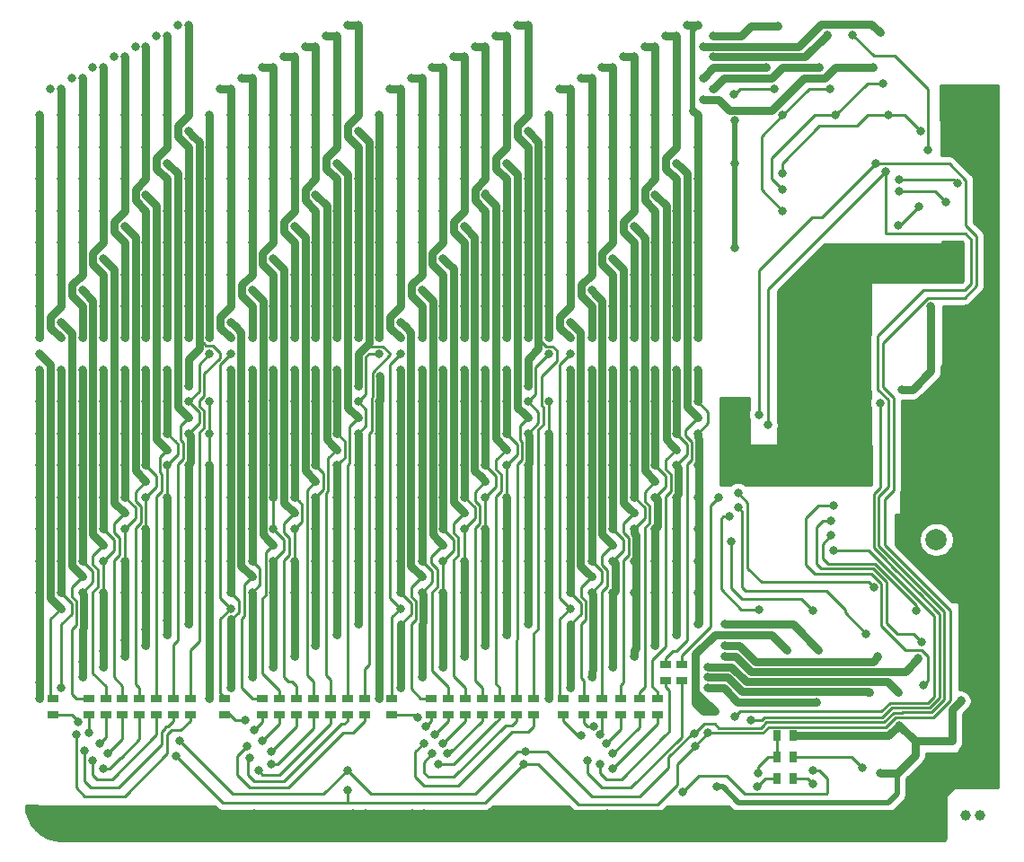
<source format=gbr>
G04 #@! TF.GenerationSoftware,KiCad,Pcbnew,(5.1.5-0-10_14)*
G04 #@! TF.CreationDate,2020-05-10T16:42:09+01:00*
G04 #@! TF.ProjectId,fft8051,66667438-3035-4312-9e6b-696361645f70,rev?*
G04 #@! TF.SameCoordinates,Original*
G04 #@! TF.FileFunction,Copper,L2,Bot*
G04 #@! TF.FilePolarity,Positive*
%FSLAX46Y46*%
G04 Gerber Fmt 4.6, Leading zero omitted, Abs format (unit mm)*
G04 Created by KiCad (PCBNEW (5.1.5-0-10_14)) date 2020-05-10 16:42:09*
%MOMM*%
%LPD*%
G04 APERTURE LIST*
%ADD10R,0.700000X1.000000*%
%ADD11R,1.000000X0.700000*%
%ADD12C,1.000000*%
%ADD13C,2.000000*%
%ADD14C,0.800000*%
%ADD15C,0.250000*%
%ADD16C,0.750000*%
%ADD17C,0.500000*%
%ADD18C,0.254000*%
G04 APERTURE END LIST*
D10*
X115000000Y-171500000D03*
X113500000Y-171500000D03*
D11*
X77200000Y-169500000D03*
X77200000Y-168000000D03*
X93300000Y-169500000D03*
X93300000Y-168000000D03*
X95250000Y-169500000D03*
X95250000Y-168000000D03*
X97000000Y-169500000D03*
X97000000Y-168000000D03*
X98750000Y-169500000D03*
X98750000Y-168000000D03*
X100500000Y-169500000D03*
X100500000Y-168000000D03*
X102250000Y-169500000D03*
X102250000Y-168000000D03*
X103000000Y-166300000D03*
X103000000Y-164800000D03*
X104500000Y-166300000D03*
X104500000Y-164800000D03*
X80900000Y-169500000D03*
X80900000Y-168000000D03*
X82500000Y-169500000D03*
X82500000Y-168000000D03*
X84100000Y-169500000D03*
X84100000Y-168000000D03*
X85700000Y-169500000D03*
X85700000Y-168000000D03*
X87300000Y-169500000D03*
X87300000Y-168000000D03*
X88900000Y-169500000D03*
X88900000Y-168000000D03*
X90500000Y-169500000D03*
X90500000Y-168000000D03*
X61400000Y-169500000D03*
X61400000Y-168000000D03*
X65000000Y-169500000D03*
X65000000Y-168000000D03*
X66600000Y-169500000D03*
X66600000Y-168000000D03*
X68200000Y-169500000D03*
X68200000Y-168000000D03*
X69800000Y-169500000D03*
X69800000Y-168000000D03*
X71400000Y-169500000D03*
X71400000Y-168000000D03*
X73000000Y-169500000D03*
X73000000Y-168000000D03*
X74600000Y-169500000D03*
X74600000Y-168000000D03*
X45200000Y-169500000D03*
X45200000Y-168000000D03*
X48600000Y-169500000D03*
X48600000Y-168000000D03*
X50200000Y-169500000D03*
X50200000Y-168000000D03*
X51800000Y-169500000D03*
X51800000Y-168000000D03*
X53400000Y-169500000D03*
X53400000Y-168000000D03*
X55000000Y-169500000D03*
X55000000Y-168000000D03*
X56600000Y-169500000D03*
X56600000Y-168000000D03*
X58200000Y-169500000D03*
X58200000Y-168000000D03*
D10*
X113500000Y-173500000D03*
X115000000Y-173500000D03*
X113500000Y-175500000D03*
X115000000Y-175500000D03*
D12*
X132650000Y-179000000D03*
X131250000Y-179000000D03*
D13*
X125960000Y-153000000D03*
X128500000Y-153000000D03*
D14*
X44000000Y-134000000D03*
X44000000Y-113000000D03*
X44000000Y-116000000D03*
X44000000Y-119000000D03*
X44000000Y-122000000D03*
X44000000Y-125000000D03*
X44000000Y-128000000D03*
X44000000Y-131000000D03*
X60000000Y-131000000D03*
X60000000Y-134000000D03*
X60000000Y-128000000D03*
X60000000Y-125000000D03*
X60000000Y-122000000D03*
X60000000Y-119000000D03*
X60000000Y-116000000D03*
X60000000Y-113000000D03*
X76000000Y-113000000D03*
X76000000Y-116000000D03*
X76000000Y-119000000D03*
X76000000Y-122000000D03*
X76000000Y-125000000D03*
X76000000Y-128000000D03*
X76000000Y-131000000D03*
X76000000Y-134000000D03*
X92000000Y-113000000D03*
X92000000Y-116000000D03*
X92000000Y-119000000D03*
X92000000Y-122000000D03*
X92000000Y-125000000D03*
X92000000Y-128000000D03*
X92000000Y-131000000D03*
X92000000Y-134000000D03*
X122500000Y-108500000D03*
X106500000Y-111500000D03*
X74000000Y-114500000D03*
X74000000Y-138500000D03*
X90000000Y-114500000D03*
X90000000Y-138500000D03*
X108000000Y-149000000D03*
X58000000Y-114500000D03*
X58000000Y-138500000D03*
X44000000Y-137000000D03*
X44000000Y-140000000D03*
X44000000Y-143000000D03*
X44000000Y-146000000D03*
X44000000Y-149000000D03*
X44000000Y-152000000D03*
X44000000Y-155000000D03*
X44000000Y-158000000D03*
X60000000Y-140000000D03*
X60000000Y-146000000D03*
X60000000Y-158000000D03*
X60000000Y-155000000D03*
X60000000Y-152000000D03*
X60000000Y-149000000D03*
X60000000Y-143000000D03*
X76000000Y-140000000D03*
X76000000Y-143000000D03*
X76000000Y-146000000D03*
X76000000Y-149000000D03*
X76000000Y-152000000D03*
X76000000Y-155000000D03*
X76000000Y-158000000D03*
X92000000Y-140000000D03*
X92000000Y-143000000D03*
X92000000Y-146000000D03*
X92000000Y-149000000D03*
X92000000Y-158000000D03*
X92000000Y-155000000D03*
X92000000Y-152000000D03*
X44000000Y-168000000D03*
X60000000Y-168000000D03*
X76000000Y-168000000D03*
X92000000Y-168000000D03*
X76065761Y-137593944D03*
X44000000Y-166500000D03*
X72000000Y-117500000D03*
X74000000Y-141500000D03*
X90000000Y-141500000D03*
X88000000Y-117500000D03*
X106000000Y-141500000D03*
X104000000Y-117500000D03*
X58000000Y-141500000D03*
X56000000Y-117500000D03*
X72000000Y-144500000D03*
X70000000Y-120500000D03*
X88000000Y-144500000D03*
X86000000Y-120500000D03*
X102000000Y-120500000D03*
X104000000Y-144500000D03*
X56000000Y-144500000D03*
X54000000Y-120500000D03*
X70000000Y-147500000D03*
X68000000Y-123500000D03*
X86000000Y-147500000D03*
X84000000Y-123500000D03*
X102000000Y-147500000D03*
X100000000Y-123500000D03*
X54000000Y-147500000D03*
X52000000Y-123500000D03*
X68000000Y-150500000D03*
X66000000Y-126500000D03*
X84000000Y-150500000D03*
X82000000Y-126500000D03*
X98000000Y-126500000D03*
X100000000Y-150500000D03*
X52000000Y-150500000D03*
X50000000Y-126500000D03*
X66000000Y-153500000D03*
X64000000Y-129500000D03*
X82000000Y-153500000D03*
X80000000Y-129500000D03*
X98000000Y-153500000D03*
X96000000Y-129500000D03*
X50000000Y-153500000D03*
X48000000Y-129500000D03*
X64000000Y-156500000D03*
X62000000Y-132500000D03*
X78000000Y-132500000D03*
X80000000Y-156500000D03*
X94000000Y-132500000D03*
X96000000Y-156500000D03*
X48000000Y-156500000D03*
X46000000Y-132500000D03*
X62000000Y-159500000D03*
X62000000Y-135500000D03*
X78000000Y-135500000D03*
X78000000Y-159500000D03*
X94000000Y-159500000D03*
X94000000Y-135500000D03*
X46000000Y-159500000D03*
X44000000Y-135500000D03*
X46000000Y-134000000D03*
X46000000Y-131000000D03*
X46000000Y-128000000D03*
X46000000Y-125000000D03*
X46000000Y-122000000D03*
X46000000Y-119000000D03*
X46000000Y-116000000D03*
X46000000Y-113000000D03*
X62000000Y-134000000D03*
X62000000Y-131000000D03*
X62000000Y-128000000D03*
X62000000Y-125000000D03*
X62000000Y-122000000D03*
X62000000Y-119000000D03*
X62000000Y-116000000D03*
X62000000Y-113000000D03*
X78000000Y-113000000D03*
X78000000Y-116000000D03*
X78000000Y-122000000D03*
X78000000Y-119000000D03*
X78000000Y-128000000D03*
X78000000Y-125000000D03*
X78000000Y-134000000D03*
X78000000Y-131000000D03*
X94000000Y-113000000D03*
X94000000Y-131000000D03*
X94000000Y-128000000D03*
X94000000Y-125000000D03*
X94000000Y-122000000D03*
X94000000Y-134000000D03*
X94000000Y-119000000D03*
X94000000Y-116000000D03*
X46000000Y-110500000D03*
X62000000Y-110500000D03*
X78000000Y-110500000D03*
X94000000Y-110500000D03*
X117500000Y-108500000D03*
X107500000Y-110500000D03*
X93000000Y-110500000D03*
X77000000Y-110500000D03*
X61000000Y-110500000D03*
X45000000Y-110500000D03*
X46000000Y-137000000D03*
X46000000Y-140000000D03*
X46000000Y-143000000D03*
X46000000Y-146000000D03*
X46000000Y-158000000D03*
X46000000Y-155000000D03*
X46000000Y-152000000D03*
X46000000Y-149000000D03*
X62000000Y-137000000D03*
X62000000Y-158000000D03*
X62000000Y-155000000D03*
X62000000Y-152000000D03*
X62000000Y-149000000D03*
X62000000Y-146000000D03*
X62000000Y-143000000D03*
X62000000Y-140000000D03*
X78000000Y-158000000D03*
X78000000Y-155000000D03*
X78000000Y-152000000D03*
X78000000Y-149000000D03*
X78000000Y-146000000D03*
X78000000Y-143000000D03*
X78000000Y-140000000D03*
X78000000Y-137000000D03*
X94000000Y-158000000D03*
X94000000Y-155000000D03*
X94000000Y-152000000D03*
X94000000Y-149000000D03*
X94000000Y-146000000D03*
X94000000Y-143000000D03*
X94000000Y-140000000D03*
X94000000Y-137000000D03*
X46000000Y-167000000D03*
X62000000Y-167000000D03*
X78000000Y-167000000D03*
X94000000Y-167000000D03*
X107000000Y-167000000D03*
X117200000Y-168325010D03*
X48000000Y-134000000D03*
X48000000Y-113000000D03*
X48000000Y-116000000D03*
X48000000Y-119000000D03*
X48000000Y-122000000D03*
X48000002Y-125000000D03*
X48000000Y-128000000D03*
X48000000Y-131000000D03*
X64000000Y-134000000D03*
X64000000Y-131000000D03*
X64000000Y-128000000D03*
X64000000Y-125000000D03*
X64000000Y-122000000D03*
X64000000Y-119000000D03*
X64000000Y-116000000D03*
X64000000Y-113000000D03*
X80000000Y-113000000D03*
X80000000Y-116000000D03*
X80000000Y-119000000D03*
X80000000Y-122000000D03*
X80000000Y-125000000D03*
X80000000Y-128000000D03*
X80000000Y-131000000D03*
X80000000Y-134000000D03*
X96000000Y-134000000D03*
X96000000Y-131000000D03*
X96000000Y-128000000D03*
X96000000Y-125000000D03*
X96000000Y-116000000D03*
X96000000Y-113000000D03*
X96000000Y-119000000D03*
X96000000Y-122000000D03*
X48000000Y-109500000D03*
X64000000Y-109500000D03*
X80000000Y-109500000D03*
X96000000Y-109500000D03*
X112500000Y-108500000D03*
X106500000Y-109500000D03*
X95000000Y-109500000D03*
X79000000Y-109500000D03*
X63000000Y-109500000D03*
X47000000Y-109500000D03*
X48000000Y-137000000D03*
X48000000Y-140000000D03*
X48000000Y-143000000D03*
X48000000Y-146000000D03*
X48000002Y-158000000D03*
X48000000Y-149000000D03*
X48000000Y-152000000D03*
X48000000Y-155000000D03*
X64000000Y-158000000D03*
X64000000Y-137000000D03*
X64000000Y-140000000D03*
X64000000Y-155000000D03*
X64000000Y-152000000D03*
X64000000Y-149000000D03*
X64000000Y-146000000D03*
X64000000Y-143000000D03*
X80000000Y-137000000D03*
X80000000Y-140000000D03*
X80000000Y-143000000D03*
X80000000Y-146000000D03*
X80000000Y-149000000D03*
X80000000Y-152000000D03*
X80000000Y-155000000D03*
X80000000Y-158000000D03*
X96000000Y-137000000D03*
X96000000Y-140000000D03*
X96000000Y-143000000D03*
X96000000Y-146000000D03*
X96000000Y-152000000D03*
X96000000Y-149000000D03*
X96000000Y-155000000D03*
X96000000Y-158000000D03*
X48000002Y-165999998D03*
X64000000Y-166000000D03*
X80000000Y-166000000D03*
X96000000Y-166000000D03*
X107000000Y-166000000D03*
X122200000Y-167400000D03*
X48000000Y-164500000D03*
X50000000Y-134000000D03*
X50000000Y-131000000D03*
X50000000Y-128000000D03*
X50000000Y-125000000D03*
X50000000Y-122000000D03*
X50000000Y-113000000D03*
X50000000Y-116000000D03*
X50000000Y-119000000D03*
X66000000Y-131000000D03*
X66000000Y-134000000D03*
X66000000Y-128000000D03*
X66000000Y-125000000D03*
X66000000Y-122000000D03*
X66000000Y-119000000D03*
X66000000Y-116000000D03*
X66000000Y-113000000D03*
X82000000Y-113000000D03*
X82000000Y-116000000D03*
X82000000Y-119000000D03*
X82000000Y-122000000D03*
X82000000Y-125000000D03*
X82000000Y-128000000D03*
X82000000Y-134000000D03*
X82000000Y-131000000D03*
X98000000Y-134000000D03*
X98000000Y-131000000D03*
X98000000Y-128000000D03*
X98000000Y-125000000D03*
X98000000Y-122000000D03*
X98000000Y-119000000D03*
X98000000Y-116000000D03*
X98000000Y-113000000D03*
X98000000Y-108500000D03*
X82000000Y-108500000D03*
X66000000Y-108500000D03*
X50000000Y-108500000D03*
X97000000Y-108500000D03*
X81000000Y-108500000D03*
X65000000Y-108500000D03*
X49000000Y-108500000D03*
X50000000Y-137000000D03*
X50000000Y-140000000D03*
X50000000Y-143000000D03*
X50000000Y-146000000D03*
X50000000Y-158000000D03*
X50000000Y-155000000D03*
X50000000Y-152000000D03*
X50000000Y-149000000D03*
X66000000Y-158000000D03*
X66000000Y-137000000D03*
X66000000Y-139926998D03*
X66000000Y-143000000D03*
X66000000Y-146000000D03*
X66000000Y-149000000D03*
X66000000Y-152000000D03*
X66000000Y-155000000D03*
X82000000Y-137000000D03*
X82000000Y-140000000D03*
X82000000Y-143000000D03*
X82000000Y-146000000D03*
X82000000Y-149000000D03*
X82000000Y-152000000D03*
X82000000Y-155000000D03*
X82000000Y-158000000D03*
X98000000Y-158000000D03*
X98000000Y-155000000D03*
X98000000Y-152000000D03*
X98000000Y-149000000D03*
X98000000Y-146000000D03*
X98000000Y-143000000D03*
X98000000Y-140000000D03*
X98000000Y-137000000D03*
X50000000Y-165000000D03*
X66000000Y-165000000D03*
X82000000Y-165000000D03*
X98000000Y-165000000D03*
X107000000Y-165000000D03*
X124900000Y-167400000D03*
X50000000Y-163500000D03*
X52000000Y-134000000D03*
X52012653Y-131012653D03*
X52000000Y-128000000D03*
X52000000Y-125000000D03*
X52000000Y-122000000D03*
X52000000Y-119000000D03*
X52000000Y-116000000D03*
X52000000Y-113000000D03*
X68000000Y-134000000D03*
X68000000Y-131000000D03*
X68000000Y-128000000D03*
X68000000Y-125000000D03*
X68000000Y-122000000D03*
X68000000Y-119000000D03*
X68000000Y-116000000D03*
X68000000Y-113000000D03*
X84000000Y-113000000D03*
X84000000Y-116000000D03*
X84000000Y-119000000D03*
X84000000Y-122000000D03*
X84000000Y-125000000D03*
X84000000Y-128000000D03*
X84000000Y-131000000D03*
X84000000Y-134000000D03*
X100000000Y-134000000D03*
X100000000Y-131000000D03*
X100000000Y-128000000D03*
X100000000Y-125000000D03*
X100000000Y-113000000D03*
X100000000Y-116000000D03*
X100000000Y-119000000D03*
X100000000Y-122000000D03*
X100000000Y-107500000D03*
X84000000Y-107500000D03*
X68000000Y-107500000D03*
X52000000Y-107500000D03*
X107500000Y-107500000D03*
X118200000Y-105400000D03*
X99000000Y-107500000D03*
X83000000Y-107500000D03*
X67000000Y-107500000D03*
X51000000Y-107500000D03*
X52000000Y-137000000D03*
X52000000Y-140000000D03*
X52000000Y-143000000D03*
X52000000Y-146000000D03*
X52000000Y-158000000D03*
X52000000Y-149000000D03*
X52000000Y-152000000D03*
X52000000Y-155000000D03*
X68000000Y-158000000D03*
X68000000Y-137000000D03*
X68000000Y-140000000D03*
X68000000Y-155000000D03*
X68000000Y-152000000D03*
X68000000Y-149000000D03*
X68000000Y-146000000D03*
X68000000Y-143000000D03*
X84000000Y-158000000D03*
X84000000Y-155000000D03*
X84000000Y-152000000D03*
X84000000Y-149000000D03*
X84000000Y-146000000D03*
X84000000Y-143000000D03*
X84000000Y-140000000D03*
X84000000Y-137000000D03*
X100000000Y-137000000D03*
X100000000Y-140000000D03*
X100000000Y-143000000D03*
X100000000Y-146000000D03*
X100000000Y-149000000D03*
X100000000Y-152000000D03*
X100000000Y-155000000D03*
X100000000Y-158000000D03*
X52000000Y-164000000D03*
X68000000Y-164000000D03*
X84000000Y-164000000D03*
X100000000Y-164000000D03*
X108600000Y-164000000D03*
X126800000Y-164200000D03*
X52000000Y-162500000D03*
X54000000Y-134000000D03*
X54000000Y-131000000D03*
X54000000Y-128000000D03*
X54000000Y-125000000D03*
X54000000Y-122000000D03*
X54000000Y-119000000D03*
X54000000Y-116000000D03*
X54000000Y-113000000D03*
X70000000Y-131000000D03*
X70000000Y-134000000D03*
X70000000Y-128000000D03*
X70000000Y-125000000D03*
X70000000Y-122000000D03*
X70000000Y-119000000D03*
X70000002Y-116000000D03*
X70000000Y-113000000D03*
X86000000Y-113000000D03*
X86000000Y-116000000D03*
X86000000Y-119000000D03*
X86000000Y-122000000D03*
X86000000Y-125000000D03*
X86000000Y-128000000D03*
X86000000Y-131000000D03*
X86000000Y-134000000D03*
X102000000Y-134000000D03*
X102000000Y-131000000D03*
X102000000Y-128000000D03*
X102000000Y-125000000D03*
X102000000Y-122000000D03*
X102000000Y-119000000D03*
X102000000Y-116000000D03*
X102000000Y-113000000D03*
X102000000Y-106500000D03*
X86000000Y-106500000D03*
X70000000Y-106500000D03*
X54000000Y-106500000D03*
X106500000Y-106500000D03*
X123200000Y-105200000D03*
X101000000Y-106500000D03*
X85000000Y-106500000D03*
X69000000Y-106500000D03*
X53000000Y-106500000D03*
X54000000Y-137000000D03*
X54000000Y-140000000D03*
X54000000Y-143000000D03*
X54000000Y-146000000D03*
X54000000Y-158000000D03*
X54000000Y-155000000D03*
X54000000Y-152000000D03*
X54000000Y-149000000D03*
X70000000Y-158000000D03*
X70000000Y-137000000D03*
X70000000Y-140000000D03*
X70000000Y-143000000D03*
X70000000Y-146000000D03*
X70000000Y-149000000D03*
X70000000Y-152000000D03*
X70000000Y-155000000D03*
X86000000Y-137000000D03*
X86000000Y-140000000D03*
X86000000Y-143000000D03*
X86000000Y-146000000D03*
X86000000Y-149000000D03*
X86000000Y-155000000D03*
X86000000Y-158000000D03*
X86000000Y-152000000D03*
X102000000Y-137000000D03*
X102000000Y-140000000D03*
X102000000Y-143000000D03*
X102000000Y-146000000D03*
X102000000Y-149000000D03*
X102000000Y-152000000D03*
X102000000Y-155000000D03*
X102000000Y-158000000D03*
X54000000Y-163000000D03*
X70000000Y-163000000D03*
X86000000Y-163000000D03*
X102000000Y-163000000D03*
X108600000Y-163000000D03*
X123000000Y-164000000D03*
X54000000Y-161500000D03*
X56000000Y-131000000D03*
X56000000Y-134000000D03*
X56000000Y-128000000D03*
X56000000Y-125000000D03*
X56000000Y-122000000D03*
X56000000Y-119000000D03*
X56000000Y-116000000D03*
X56000000Y-113000000D03*
X72000000Y-134000000D03*
X72000000Y-131000000D03*
X72000000Y-128000000D03*
X72000000Y-125000000D03*
X72000000Y-122000000D03*
X72000000Y-119000000D03*
X72000000Y-116000000D03*
X72000000Y-113000000D03*
X88000000Y-134000000D03*
X88000000Y-131000000D03*
X88000000Y-128000000D03*
X88000000Y-125000000D03*
X88000000Y-122000000D03*
X88000000Y-119000000D03*
X88000000Y-116000000D03*
X88000000Y-113000000D03*
X104000000Y-134000000D03*
X104000000Y-131000000D03*
X104000000Y-128000000D03*
X104000000Y-125000000D03*
X104000000Y-113000000D03*
X104000000Y-116000000D03*
X104000000Y-119000000D03*
X104000000Y-122000000D03*
X104000000Y-105500000D03*
X88000000Y-105500000D03*
X72000000Y-105500000D03*
X56000000Y-105500000D03*
X107500000Y-105500000D03*
X113600000Y-104600000D03*
X103000000Y-105500000D03*
X87000000Y-105500000D03*
X71000000Y-105500000D03*
X55000000Y-105500000D03*
X56000000Y-137000000D03*
X56000000Y-140000000D03*
X56000002Y-143000000D03*
X56000000Y-146000000D03*
X56000000Y-158000000D03*
X56000000Y-155000000D03*
X56000000Y-149000000D03*
X56000000Y-152000000D03*
X72000000Y-158000000D03*
X72000000Y-137000000D03*
X72000000Y-140000000D03*
X72000000Y-155000000D03*
X72000000Y-152000000D03*
X72000000Y-149000000D03*
X72000000Y-146000000D03*
X72000000Y-143000000D03*
X88000000Y-158000000D03*
X88000000Y-155000000D03*
X88000000Y-152000000D03*
X88000000Y-149000000D03*
X88000000Y-146000000D03*
X88000000Y-143000000D03*
X88000000Y-140000000D03*
X88000000Y-137000000D03*
X104000000Y-158000000D03*
X104000000Y-155000000D03*
X104000000Y-152000000D03*
X104000000Y-149000000D03*
X104000000Y-146000000D03*
X104000000Y-143000000D03*
X104000000Y-140000000D03*
X104000000Y-137000000D03*
X56000000Y-162000000D03*
X72000000Y-162000000D03*
X88000000Y-162000000D03*
X104000000Y-162000000D03*
X56000000Y-160625000D03*
X58000000Y-134000000D03*
X58000000Y-131000000D03*
X58000000Y-128000000D03*
X58000000Y-125000000D03*
X58000000Y-122000000D03*
X58000000Y-119000000D03*
X58000000Y-116000000D03*
X58000000Y-113000000D03*
X74000000Y-131000000D03*
X74000000Y-134000000D03*
X74000000Y-128000000D03*
X74000000Y-125000000D03*
X74000000Y-122000000D03*
X74000000Y-119000000D03*
X74000000Y-116000000D03*
X74000000Y-113000000D03*
X90000000Y-113000000D03*
X90000000Y-116000000D03*
X90000000Y-119000000D03*
X90000000Y-122000000D03*
X90000000Y-125000000D03*
X90000000Y-128000000D03*
X90000000Y-131000000D03*
X90000000Y-134000000D03*
X106000000Y-134000000D03*
X106000000Y-131000000D03*
X106000000Y-128000000D03*
X106000000Y-125000000D03*
X106000000Y-113000000D03*
X106000000Y-116000000D03*
X106000000Y-119000000D03*
X106000000Y-122000000D03*
X106000000Y-104500000D03*
X90000000Y-104500000D03*
X74000000Y-104500000D03*
X58000000Y-104500000D03*
X105000000Y-104500000D03*
X89000000Y-104500000D03*
X73000000Y-104500000D03*
X57000000Y-104500000D03*
X58000000Y-140000000D03*
X58000000Y-143000000D03*
X58000000Y-146000000D03*
X58000000Y-155000000D03*
X58000000Y-158000000D03*
X58000000Y-152000000D03*
X58000000Y-149000000D03*
X74000000Y-140000000D03*
X74000000Y-143000000D03*
X74000000Y-146000000D03*
X74000000Y-149000000D03*
X74000000Y-152000000D03*
X74000000Y-155000000D03*
X74000000Y-158000000D03*
X90000000Y-140000000D03*
X90000000Y-143000000D03*
X90000000Y-146000000D03*
X90000000Y-149000000D03*
X90000000Y-152000000D03*
X90000000Y-155000000D03*
X90000000Y-158000000D03*
X106000000Y-158000000D03*
X106000000Y-155000000D03*
X106000000Y-152000000D03*
X106000000Y-149000000D03*
X106000000Y-146000000D03*
X106000000Y-143000000D03*
X106000000Y-140000000D03*
X106000000Y-137000000D03*
X60000000Y-135500000D03*
X76000000Y-135500000D03*
X92000000Y-135500000D03*
X58000000Y-161000000D03*
X74000000Y-161000000D03*
X90000000Y-161000000D03*
X106000000Y-161000000D03*
X108600000Y-161000000D03*
X117400000Y-163400000D03*
X107600000Y-169200000D03*
X114400000Y-163400000D03*
X106350001Y-168975000D03*
X120500000Y-145000000D03*
X120500000Y-146000000D03*
X120500000Y-147000000D03*
X121500000Y-145000000D03*
X121500000Y-146000000D03*
X121500000Y-147000000D03*
X109000000Y-140500000D03*
X109000000Y-141500000D03*
X109000000Y-142500000D03*
X109000000Y-143500000D03*
X109000000Y-144500000D03*
X109000000Y-145500000D03*
X109000000Y-146500000D03*
X109500000Y-113500000D03*
X109540000Y-117540000D03*
X109540000Y-125460000D03*
X130000000Y-128000000D03*
X130000000Y-126000000D03*
X129400000Y-127000000D03*
X130600000Y-127000000D03*
X97500000Y-178800000D03*
X62910000Y-178890000D03*
X47300000Y-178900000D03*
X48500000Y-178900000D03*
X64200000Y-178800000D03*
X79100000Y-178800000D03*
X80200000Y-178800000D03*
X95900000Y-178900000D03*
X47300000Y-180000000D03*
X48400000Y-180000000D03*
X57710000Y-178890000D03*
X59010000Y-178890000D03*
X73500000Y-178800000D03*
X74700000Y-178800000D03*
X89200000Y-178800000D03*
X90600000Y-178900000D03*
X131000000Y-111500000D03*
X132000000Y-111500000D03*
X133000000Y-111500000D03*
X133000000Y-112500000D03*
X132000000Y-112500000D03*
X131000000Y-112500000D03*
X131000000Y-113500000D03*
X132000000Y-113500000D03*
X133000000Y-113500000D03*
X133000000Y-114500000D03*
X132000000Y-114500000D03*
X131000000Y-114500000D03*
X131000000Y-115500000D03*
X132000000Y-115500000D03*
X133000000Y-115500000D03*
X124000000Y-113000000D03*
X127000000Y-114500000D03*
X114000000Y-118500000D03*
X123500000Y-110000000D03*
X119000000Y-113000000D03*
X114000000Y-120000000D03*
X114000000Y-113000000D03*
X114000000Y-122000000D03*
X118500000Y-110500000D03*
X113250000Y-110500000D03*
X109425000Y-110992669D03*
X120600000Y-105400000D03*
X127725001Y-116274999D03*
X126900000Y-121600000D03*
X124900000Y-123400000D03*
X125000000Y-120200000D03*
X129400000Y-121200000D03*
X125000000Y-119025000D03*
X130500000Y-119400000D03*
X118800000Y-154000000D03*
X109500000Y-169700000D03*
X118600000Y-152600000D03*
X126600000Y-159700000D03*
X118600000Y-151200000D03*
X127100943Y-162675538D03*
X118800000Y-149800000D03*
X127300000Y-166700000D03*
X109800000Y-148600000D03*
X122600000Y-157500000D03*
X109800000Y-150000000D03*
X121900000Y-161900000D03*
X111800000Y-159600000D03*
X109000000Y-150800000D03*
X116900000Y-159700000D03*
X109200000Y-153200000D03*
X57200000Y-172000000D03*
X73000000Y-174750000D03*
X89750000Y-173000000D03*
X105730000Y-171270000D03*
X123700000Y-118300000D03*
X112600000Y-142200000D03*
X56800000Y-173400000D03*
X89600000Y-174200000D03*
X73000000Y-176600000D03*
X105800000Y-172500000D03*
X107000000Y-171250000D03*
X122760000Y-117540000D03*
X111800000Y-141200000D03*
X123250000Y-175000000D03*
X130000000Y-172000000D03*
X125000000Y-170500000D03*
X130800000Y-168200000D03*
X107800000Y-176300000D03*
X128000000Y-131000000D03*
X125265000Y-138865000D03*
X111000000Y-170000000D03*
X123200000Y-140100000D03*
X111600000Y-176275000D03*
X116900000Y-176000000D03*
X111700000Y-175000000D03*
X121500000Y-174500000D03*
X116900000Y-174800000D03*
X104600000Y-176800000D03*
X47400000Y-171400000D03*
X48200000Y-172880000D03*
X49000000Y-173800000D03*
X50000000Y-174600000D03*
X50400000Y-173200000D03*
X49600000Y-172200000D03*
X48600000Y-171200000D03*
X47600000Y-170200000D03*
X63500000Y-172500000D03*
X63800000Y-173600000D03*
X64600000Y-174800000D03*
X65800000Y-174200000D03*
X65800000Y-173000000D03*
X65000000Y-172000000D03*
X64200000Y-171000000D03*
X63400000Y-170000000D03*
X80200000Y-172200000D03*
X81000000Y-173200000D03*
X81600000Y-174200000D03*
X82400000Y-173200000D03*
X82000000Y-172200000D03*
X81200000Y-171400000D03*
X80400000Y-170600000D03*
X95590000Y-173810000D03*
X96800000Y-174200000D03*
X98000000Y-174600000D03*
X98000000Y-173200000D03*
X97400000Y-172200000D03*
X96800000Y-171400000D03*
X96200000Y-170600000D03*
X95000000Y-171500000D03*
X79600000Y-169800000D03*
D15*
X60000000Y-113000000D02*
X60000000Y-134000000D01*
X92000000Y-131000000D02*
X92000000Y-128000000D01*
X76000000Y-134000000D02*
X76000000Y-113000000D01*
X92000000Y-134000000D02*
X92000000Y-113000000D01*
D16*
X92000000Y-116000000D02*
X92000000Y-113000000D01*
X92000000Y-116000000D02*
X92000000Y-131000000D01*
X76000000Y-131000000D02*
X76000000Y-113000000D01*
X60000000Y-113000000D02*
X60000000Y-131000000D01*
X44000000Y-134000000D02*
X44000000Y-113000000D01*
X60000000Y-131000000D02*
X60000000Y-134000000D01*
X76000000Y-131000000D02*
X76000000Y-134000000D01*
X92000000Y-134000000D02*
X92000000Y-131000000D01*
X119000000Y-108500000D02*
X118000000Y-109500000D01*
X122500000Y-108500000D02*
X119000000Y-108500000D01*
X116000000Y-109500000D02*
X118000000Y-109500000D01*
X116000000Y-109500000D02*
X113000000Y-112500000D01*
X106500000Y-111500000D02*
X108000000Y-111500000D01*
X108000000Y-111500000D02*
X109000000Y-112500000D01*
X109000000Y-112500000D02*
X113000000Y-112500000D01*
D15*
X74000000Y-136000000D02*
X74000000Y-138500000D01*
X74000000Y-135500000D02*
X74000000Y-136000000D01*
D16*
X75000000Y-115500000D02*
X75000000Y-134073002D01*
X74000000Y-138500000D02*
X74000000Y-135500000D01*
X75000000Y-134500000D02*
X75000000Y-134073002D01*
X74000000Y-135500000D02*
X75000000Y-134500000D01*
X74000000Y-114500000D02*
X75000000Y-115500000D01*
D15*
X75000000Y-143000000D02*
X75000000Y-161073002D01*
X75274999Y-139651999D02*
X75274999Y-142725001D01*
X75340760Y-139586238D02*
X75274999Y-139651999D01*
X75274999Y-142725001D02*
X75000000Y-143000000D01*
X75340760Y-137232242D02*
X75340760Y-139586238D01*
X77000000Y-135573002D02*
X75340760Y-137232242D01*
X77000000Y-135426998D02*
X77000000Y-135573002D01*
X76348001Y-134774999D02*
X77000000Y-135426998D01*
X75274999Y-134774999D02*
X76348001Y-134774999D01*
X75000000Y-134500000D02*
X75274999Y-134774999D01*
X75000000Y-161073002D02*
X75000000Y-164800000D01*
X75000000Y-164800000D02*
X74600000Y-165200000D01*
X74600000Y-165200000D02*
X74600000Y-168000000D01*
X91000000Y-115500000D02*
X91000000Y-130500000D01*
X91000000Y-130500000D02*
X91000000Y-134000000D01*
X91000000Y-134000000D02*
X91000000Y-135000000D01*
D16*
X90000000Y-114500000D02*
X91000000Y-115500000D01*
X91000000Y-135000000D02*
X90000000Y-136000000D01*
X91000000Y-115500000D02*
X91000000Y-135000000D01*
X90000000Y-138500000D02*
X90000000Y-136000000D01*
D15*
X91274999Y-134348001D02*
X91274999Y-134274999D01*
X91000000Y-142636410D02*
X91450010Y-142186400D01*
X92725001Y-135151999D02*
X92348001Y-134774999D01*
X92348001Y-134774999D02*
X91701997Y-134774999D01*
X91274999Y-137588591D02*
X92725001Y-136138589D01*
X91274999Y-140348001D02*
X91274999Y-137588591D01*
X91450010Y-140523012D02*
X91274999Y-140348001D01*
X91701997Y-134774999D02*
X91274999Y-134348001D01*
X91450010Y-142186400D02*
X91450010Y-140523012D01*
X92725001Y-136138589D02*
X92725001Y-135151999D01*
X91274999Y-134274999D02*
X91000000Y-134000000D01*
X91000000Y-161400000D02*
X91000000Y-142636410D01*
X90500000Y-161900000D02*
X91000000Y-161400000D01*
X90500000Y-168000000D02*
X90500000Y-161900000D01*
X107200000Y-161200000D02*
X107200000Y-149800000D01*
X107200000Y-149800000D02*
X108000000Y-149000000D01*
X105000000Y-163400000D02*
X107200000Y-161200000D01*
X105000000Y-163400000D02*
X104500000Y-163900000D01*
X104500000Y-163900000D02*
X104500000Y-164800000D01*
X60298003Y-134725001D02*
X61000000Y-135426998D01*
X59000000Y-115500000D02*
X59000000Y-134500000D01*
X59426998Y-134500000D02*
X59651999Y-134725001D01*
X59651999Y-134725001D02*
X60298003Y-134725001D01*
X59000000Y-134500000D02*
X59426998Y-134500000D01*
X59000000Y-134500000D02*
X59000000Y-135000000D01*
X59500000Y-142426998D02*
X59000000Y-142926998D01*
X59500000Y-140863590D02*
X59500000Y-142426998D01*
X59000000Y-140363590D02*
X59500000Y-140863590D01*
X59000000Y-139926998D02*
X59000000Y-140363590D01*
X59500000Y-139426998D02*
X59000000Y-139926998D01*
X59500000Y-137363590D02*
X59500000Y-139426998D01*
X61000000Y-135863590D02*
X59500000Y-137363590D01*
X61000000Y-135426998D02*
X61000000Y-135863590D01*
D16*
X58399999Y-114899999D02*
X59000000Y-115500000D01*
X58000000Y-114500000D02*
X58399999Y-114899999D01*
X59000000Y-135000000D02*
X58000000Y-136000000D01*
X59000000Y-115500000D02*
X59000000Y-135000000D01*
X58000000Y-138500000D02*
X58000000Y-136000000D01*
D15*
X59000000Y-142926998D02*
X59000000Y-162600000D01*
X58200000Y-163400000D02*
X59000000Y-162600000D01*
X58200000Y-168000000D02*
X58200000Y-163400000D01*
X44000000Y-140000000D02*
X44000000Y-137000000D01*
X44000000Y-140000000D02*
X44000000Y-143000000D01*
X44000000Y-146000000D02*
X44000000Y-143000000D01*
X44000000Y-155000000D02*
X44000000Y-146000000D01*
X60000000Y-155000000D02*
X60000000Y-158000000D01*
X60000000Y-152000000D02*
X60000000Y-155000000D01*
X60000000Y-149000000D02*
X60000000Y-152000000D01*
X60000000Y-140000000D02*
X60000000Y-149000000D01*
X76000000Y-152000000D02*
X76000000Y-146000000D01*
X76000000Y-155000000D02*
X76000000Y-152000000D01*
X76000000Y-158000000D02*
X76000000Y-155000000D01*
X44000000Y-155000000D02*
X44000000Y-158000000D01*
X92000000Y-158000000D02*
X92000000Y-149000000D01*
X76000000Y-146000000D02*
X76000000Y-140000000D01*
X92000000Y-149000000D02*
X92000000Y-140000000D01*
X44000000Y-158000000D02*
X44000000Y-168000000D01*
X60000000Y-158000000D02*
X60000000Y-168000000D01*
X76000000Y-158000000D02*
X76000000Y-168000000D01*
X92000000Y-158000000D02*
X92000000Y-168000000D01*
X76000000Y-137528183D02*
X76065761Y-137593944D01*
X76000000Y-140000000D02*
X76000000Y-137528183D01*
D16*
X60000000Y-168000000D02*
X60000000Y-146000000D01*
X92000000Y-168000000D02*
X92000000Y-143000000D01*
X76065761Y-139851200D02*
X76065761Y-138159629D01*
X76000000Y-139916961D02*
X76065761Y-139851200D01*
X76065761Y-138159629D02*
X76065761Y-137593944D01*
X76000000Y-168000000D02*
X76000000Y-139916961D01*
X44000000Y-166500000D02*
X44000000Y-137000000D01*
X44000000Y-168000000D02*
X44000000Y-166500000D01*
D15*
X72000000Y-117500000D02*
X73000000Y-118500000D01*
X73000000Y-118500000D02*
X73000000Y-140500000D01*
X73000000Y-140500000D02*
X74000000Y-141500000D01*
D16*
X73024999Y-118524999D02*
X72000000Y-117500000D01*
X73024999Y-140524999D02*
X73024999Y-118524999D01*
X74000000Y-141500000D02*
X73024999Y-140524999D01*
D15*
X73175011Y-142324989D02*
X74000000Y-141500000D01*
X73175011Y-145824989D02*
X73175011Y-142324989D01*
X73000000Y-146000000D02*
X73175011Y-145824989D01*
X73000000Y-163200000D02*
X73000000Y-146000000D01*
X73000000Y-163200000D02*
X73000000Y-168000000D01*
X73000000Y-168000000D02*
X73000000Y-167800000D01*
D16*
X89600001Y-141100001D02*
X90000000Y-141500000D01*
X89024999Y-140524999D02*
X89600001Y-141100001D01*
X89024999Y-118524999D02*
X89024999Y-140524999D01*
X88000000Y-117500000D02*
X89024999Y-118524999D01*
D15*
X89450010Y-143813600D02*
X89450010Y-145476988D01*
X89274999Y-142225001D02*
X89274999Y-143638589D01*
X89000000Y-145926998D02*
X89000000Y-162400000D01*
X89450010Y-145476988D02*
X89000000Y-145926998D01*
X89274999Y-143638589D02*
X89450010Y-143813600D01*
X90000000Y-141500000D02*
X89274999Y-142225001D01*
X88900000Y-162500000D02*
X89000000Y-162400000D01*
X88900000Y-168000000D02*
X88900000Y-162500000D01*
D16*
X104399999Y-117899999D02*
X104000000Y-117500000D01*
X104975001Y-140475001D02*
X104975001Y-118475001D01*
X104975001Y-118475001D02*
X104399999Y-117899999D01*
X106000000Y-141500000D02*
X104975001Y-140475001D01*
D15*
X105000000Y-142500000D02*
X106000000Y-141500000D01*
X104848001Y-142651999D02*
X105000000Y-142500000D01*
X104848001Y-143211591D02*
X104848001Y-142651999D01*
X105000000Y-145926998D02*
X105450010Y-145476988D01*
X105000000Y-162500000D02*
X105000000Y-145926998D01*
X104000000Y-163500000D02*
X105000000Y-162500000D01*
X105450010Y-143813600D02*
X104848001Y-143211591D01*
X105450010Y-145476988D02*
X105450010Y-143813600D01*
X103700000Y-163500000D02*
X103000000Y-164200000D01*
X104000000Y-163500000D02*
X103700000Y-163500000D01*
X103000000Y-164200000D02*
X103000000Y-164800000D01*
X57500000Y-145426998D02*
X57000000Y-145926998D01*
X57274999Y-143638589D02*
X57500000Y-143863590D01*
X57274999Y-142225001D02*
X57274999Y-143638589D01*
X57500000Y-143863590D02*
X57500000Y-145426998D01*
X58000000Y-141500000D02*
X57274999Y-142225001D01*
X57000000Y-162500000D02*
X57000000Y-145926998D01*
D16*
X58000000Y-141500000D02*
X57000000Y-140500000D01*
X57000000Y-118500000D02*
X56000000Y-117500000D01*
X57000000Y-140500000D02*
X57000000Y-118500000D01*
D15*
X56600000Y-162900000D02*
X57000000Y-162500000D01*
X56600000Y-168000000D02*
X56600000Y-162900000D01*
X71175011Y-145324989D02*
X72000000Y-144500000D01*
X71175011Y-148461399D02*
X71175011Y-145324989D01*
X71000000Y-148636410D02*
X71175011Y-148461399D01*
D16*
X71600001Y-144100001D02*
X72000000Y-144500000D01*
X71024999Y-143524999D02*
X71600001Y-144100001D01*
X71024999Y-121524999D02*
X71024999Y-143524999D01*
X70000000Y-120500000D02*
X71024999Y-121524999D01*
D15*
X71000000Y-148636410D02*
X71000000Y-164200000D01*
X71000000Y-164200000D02*
X71000000Y-165800000D01*
X71000000Y-165800000D02*
X71400000Y-166200000D01*
X71400000Y-166200000D02*
X71400000Y-168000000D01*
X88000000Y-144500000D02*
X87000000Y-143500000D01*
X87000000Y-143500000D02*
X87000000Y-136500000D01*
X87000000Y-136500000D02*
X87000000Y-121500000D01*
X87000000Y-121500000D02*
X86000000Y-120500000D01*
D16*
X86975001Y-121475001D02*
X86000000Y-120500000D01*
X86975001Y-143475001D02*
X86975001Y-121475001D01*
X88000000Y-144500000D02*
X86975001Y-143475001D01*
X86000000Y-120343516D02*
X86000000Y-120500000D01*
D15*
X87000000Y-146363590D02*
X87000000Y-145500000D01*
X87450010Y-148476988D02*
X87450010Y-146813600D01*
X87450010Y-146813600D02*
X87000000Y-146363590D01*
X87000000Y-145500000D02*
X88000000Y-144500000D01*
X87000000Y-148926998D02*
X87450010Y-148476988D01*
X87000000Y-148926998D02*
X87000000Y-166600000D01*
X87000000Y-166600000D02*
X87300000Y-166900000D01*
X87300000Y-166900000D02*
X87300000Y-168000000D01*
D16*
X103024999Y-143524999D02*
X103600001Y-144100001D01*
X103024999Y-121524999D02*
X103024999Y-143524999D01*
X103600001Y-144100001D02*
X104000000Y-144500000D01*
X102000000Y-120500000D02*
X103024999Y-121524999D01*
D15*
X103000000Y-146363590D02*
X103000000Y-145500000D01*
X103500000Y-146863590D02*
X103000000Y-146363590D01*
X103500000Y-148426998D02*
X103500000Y-146863590D01*
X102250000Y-168000000D02*
X102250000Y-167400000D01*
X101700000Y-166850000D02*
X101700000Y-164373002D01*
X103000000Y-163073002D02*
X103000000Y-148926998D01*
X103000000Y-148926998D02*
X103500000Y-148426998D01*
X101700000Y-164373002D02*
X103000000Y-163073002D01*
X103000000Y-145500000D02*
X104000000Y-144500000D01*
X102250000Y-167400000D02*
X101700000Y-166850000D01*
X55450010Y-148476988D02*
X55000000Y-148926998D01*
X55274999Y-146638589D02*
X55450010Y-146813600D01*
X55274999Y-145225001D02*
X55274999Y-146638589D01*
X55450010Y-146813600D02*
X55450010Y-148476988D01*
X56000000Y-144500000D02*
X55274999Y-145225001D01*
D16*
X54000000Y-120500000D02*
X55000000Y-121500000D01*
X55000000Y-143500000D02*
X56000000Y-144500000D01*
X55000000Y-121500000D02*
X55000000Y-143500000D01*
D15*
X55000000Y-163800000D02*
X55000000Y-148926998D01*
X55000000Y-163800000D02*
X55000000Y-168000000D01*
X69175011Y-148324989D02*
X70000000Y-147500000D01*
D16*
X69000000Y-146500000D02*
X70000000Y-147500000D01*
X69000000Y-124500000D02*
X69000000Y-146500000D01*
X68000000Y-123500000D02*
X69000000Y-124500000D01*
D15*
X69175011Y-164624989D02*
X69175011Y-148324989D01*
X69175011Y-164624989D02*
X69175011Y-165775011D01*
X69175011Y-165775011D02*
X69800000Y-166400000D01*
X69800000Y-166400000D02*
X69800000Y-168000000D01*
D16*
X84975001Y-146475001D02*
X85600001Y-147100001D01*
X85600001Y-147100001D02*
X86000000Y-147500000D01*
X84975001Y-124475001D02*
X84975001Y-146475001D01*
X84000000Y-123500000D02*
X84975001Y-124475001D01*
D15*
X85450010Y-151476988D02*
X85000000Y-151926998D01*
X85450010Y-149813600D02*
X85450010Y-151476988D01*
X86000000Y-147500000D02*
X85000000Y-148500000D01*
X85000000Y-151926998D02*
X85000000Y-166300000D01*
X85000000Y-166300000D02*
X85700000Y-167000000D01*
X85700000Y-167000000D02*
X85700000Y-168000000D01*
X85000000Y-149363590D02*
X85000000Y-148500000D01*
X85450010Y-149813600D02*
X85000000Y-149363590D01*
D16*
X100399999Y-123899999D02*
X100000000Y-123500000D01*
X101024999Y-146524999D02*
X101024999Y-124524999D01*
X101024999Y-124524999D02*
X100399999Y-123899999D01*
X102000000Y-147500000D02*
X101024999Y-146524999D01*
D15*
X101000000Y-148500000D02*
X102000000Y-147500000D01*
X101500000Y-151426998D02*
X101500000Y-149863590D01*
X101000000Y-151926998D02*
X101500000Y-151426998D01*
X101000000Y-149363590D02*
X101000000Y-148500000D01*
X101500000Y-149863590D02*
X101000000Y-149363590D01*
X101000000Y-166900000D02*
X101000000Y-151926998D01*
X100500000Y-167400000D02*
X101000000Y-166900000D01*
X100500000Y-168000000D02*
X100500000Y-167400000D01*
D16*
X54000000Y-147500000D02*
X53000000Y-146500000D01*
X53000000Y-124500000D02*
X52000000Y-123500000D01*
X53000000Y-146500000D02*
X53000000Y-124500000D01*
D15*
X53000000Y-148500000D02*
X54000000Y-147500000D01*
X53000000Y-149363590D02*
X53000000Y-148500000D01*
X53500000Y-151426998D02*
X53500000Y-149863590D01*
X53500000Y-149863590D02*
X53000000Y-149363590D01*
X53000000Y-151926998D02*
X53500000Y-151426998D01*
X53000000Y-166600000D02*
X53000000Y-151926998D01*
X53400000Y-167000000D02*
X53000000Y-166600000D01*
X53400000Y-168000000D02*
X53400000Y-167000000D01*
D16*
X67024999Y-127524999D02*
X66399999Y-126899999D01*
X66399999Y-126899999D02*
X66000000Y-126500000D01*
X67024999Y-149524999D02*
X67024999Y-127524999D01*
X68000000Y-150500000D02*
X67024999Y-149524999D01*
D15*
X67000000Y-154926998D02*
X67500000Y-154426998D01*
X67000000Y-152363590D02*
X67000000Y-151500000D01*
X67000000Y-166000000D02*
X67000000Y-154926998D01*
X67000000Y-151500000D02*
X68000000Y-150500000D01*
X67400000Y-166400000D02*
X67000000Y-166000000D01*
X67500000Y-152863590D02*
X67000000Y-152363590D01*
X67800000Y-166400000D02*
X67400000Y-166400000D01*
X68200000Y-166800000D02*
X67800000Y-166400000D01*
X67500000Y-154426998D02*
X67500000Y-152863590D01*
X68200000Y-168000000D02*
X68200000Y-166800000D01*
X84000000Y-150500000D02*
X83000000Y-151500000D01*
X83450010Y-154476988D02*
X83000000Y-154926998D01*
X83450010Y-152813600D02*
X83450010Y-154476988D01*
X83000000Y-152363590D02*
X83450010Y-152813600D01*
X83000000Y-151500000D02*
X83000000Y-152363590D01*
D16*
X82399999Y-126899999D02*
X82000000Y-126500000D01*
X82975001Y-127475001D02*
X82399999Y-126899999D01*
X82975001Y-149475001D02*
X82975001Y-127475001D01*
X84000000Y-150500000D02*
X82975001Y-149475001D01*
D15*
X83000000Y-154926998D02*
X83000000Y-157600000D01*
X83000000Y-157600000D02*
X83000000Y-165900000D01*
X83000000Y-165900000D02*
X84100000Y-167000000D01*
X84100000Y-167000000D02*
X84100000Y-168000000D01*
D16*
X99024999Y-149524999D02*
X99600001Y-150100001D01*
X99024999Y-127524999D02*
X99024999Y-149524999D01*
X99600001Y-150100001D02*
X100000000Y-150500000D01*
X98000000Y-126500000D02*
X99024999Y-127524999D01*
D15*
X99000000Y-152363590D02*
X99000000Y-151500000D01*
X99500000Y-152863590D02*
X99000000Y-152363590D01*
X98750000Y-168000000D02*
X98750000Y-166750000D01*
X99000000Y-154926998D02*
X99500000Y-154426998D01*
X99500000Y-154426998D02*
X99500000Y-152863590D01*
X98750000Y-166750000D02*
X99000000Y-166500000D01*
X99000000Y-151500000D02*
X100000000Y-150500000D01*
X99000000Y-166500000D02*
X99000000Y-154926998D01*
X51000000Y-151500000D02*
X52000000Y-150500000D01*
X51000000Y-152363590D02*
X51000000Y-151500000D01*
X51500000Y-152863590D02*
X51000000Y-152363590D01*
X51500000Y-154426998D02*
X51500000Y-152863590D01*
X51000000Y-154926998D02*
X51500000Y-154426998D01*
D16*
X50000000Y-126500000D02*
X51000000Y-127500000D01*
X51000000Y-149500000D02*
X52000000Y-150500000D01*
X51000000Y-127500000D02*
X51000000Y-149500000D01*
D15*
X51000000Y-154926998D02*
X51000000Y-158200000D01*
X51000000Y-158200000D02*
X51000000Y-166000000D01*
X51000000Y-166000000D02*
X51800000Y-166800000D01*
X51800000Y-166800000D02*
X51800000Y-168000000D01*
X65274999Y-154225001D02*
X66000000Y-153500000D01*
X65274999Y-158225001D02*
X65274999Y-154225001D01*
X65000000Y-158500000D02*
X65274999Y-158225001D01*
D16*
X65600001Y-153100001D02*
X66000000Y-153500000D01*
X65024999Y-152524999D02*
X65600001Y-153100001D01*
X65024999Y-130524999D02*
X65024999Y-152524999D01*
X64000000Y-129500000D02*
X65024999Y-130524999D01*
D15*
X65000000Y-158500000D02*
X65000000Y-165073002D01*
X65000000Y-165073002D02*
X65000000Y-165600000D01*
X65000000Y-165600000D02*
X66600000Y-167200000D01*
X66600000Y-167200000D02*
X66600000Y-168000000D01*
D16*
X81600001Y-153100001D02*
X82000000Y-153500000D01*
X81024999Y-152524999D02*
X81600001Y-153100001D01*
X81024999Y-130524999D02*
X81024999Y-152524999D01*
X80000000Y-129500000D02*
X81024999Y-130524999D01*
D15*
X81000000Y-154500000D02*
X82000000Y-153500000D01*
X80848001Y-155211591D02*
X80848001Y-154651999D01*
X80848001Y-154651999D02*
X81000000Y-154500000D01*
X81450010Y-155813600D02*
X80848001Y-155211591D01*
X81450010Y-157476988D02*
X81450010Y-155813600D01*
X81000000Y-157926998D02*
X81450010Y-157476988D01*
X81000000Y-157926998D02*
X81000000Y-162800000D01*
X81000000Y-162800000D02*
X81000000Y-165400000D01*
X81000000Y-165400000D02*
X82500000Y-166900000D01*
X82500000Y-166900000D02*
X82500000Y-168000000D01*
D16*
X96399999Y-129899999D02*
X96000000Y-129500000D01*
X96975001Y-152475001D02*
X96975001Y-130475001D01*
X96975001Y-130475001D02*
X96399999Y-129899999D01*
X98000000Y-153500000D02*
X96975001Y-152475001D01*
D15*
X97500000Y-155863590D02*
X97000000Y-155363590D01*
X97500000Y-157426998D02*
X97500000Y-155863590D01*
X97000000Y-154500000D02*
X98000000Y-153500000D01*
X97000000Y-157926998D02*
X97500000Y-157426998D01*
X97000000Y-166200000D02*
X97000000Y-157926998D01*
X97000000Y-155363590D02*
X97000000Y-154500000D01*
X97000000Y-166200000D02*
X97000000Y-168000000D01*
D16*
X48000000Y-129500000D02*
X49000000Y-130500000D01*
X49000000Y-152500000D02*
X50000000Y-153500000D01*
X49000000Y-130500000D02*
X49000000Y-152500000D01*
D15*
X49000000Y-154500000D02*
X50000000Y-153500000D01*
X49000000Y-155363590D02*
X49000000Y-154500000D01*
X49450010Y-155813600D02*
X49000000Y-155363590D01*
X49000000Y-157926998D02*
X49450010Y-157476988D01*
X49000000Y-165600000D02*
X49000000Y-157926998D01*
X50200000Y-168000000D02*
X50200000Y-166800000D01*
X49450010Y-157476988D02*
X49450010Y-155813600D01*
X50200000Y-166800000D02*
X49000000Y-165600000D01*
D16*
X62975001Y-133475001D02*
X62399999Y-132899999D01*
X62399999Y-132899999D02*
X62000000Y-132500000D01*
X62975001Y-155475001D02*
X62975001Y-133475001D01*
X64000000Y-156500000D02*
X62975001Y-155475001D01*
D15*
X63274999Y-160225001D02*
X63000000Y-160500000D01*
X63000000Y-160500000D02*
X63000000Y-167000000D01*
X63274999Y-157225001D02*
X63274999Y-160225001D01*
X64000000Y-156500000D02*
X63274999Y-157225001D01*
X63000000Y-167000000D02*
X64000000Y-168000000D01*
X64000000Y-168000000D02*
X65000000Y-168000000D01*
D16*
X78399999Y-132899999D02*
X78000000Y-132500000D01*
X78975001Y-133475001D02*
X78399999Y-132899999D01*
X78975001Y-155475001D02*
X78975001Y-133475001D01*
X80000000Y-156500000D02*
X78975001Y-155475001D01*
D15*
X79000000Y-157500000D02*
X80000000Y-156500000D01*
X79000000Y-158363590D02*
X79000000Y-157500000D01*
X79450010Y-158813600D02*
X79000000Y-158363590D01*
X79000000Y-161000000D02*
X79450010Y-160549990D01*
X79450010Y-160549990D02*
X79450010Y-158813600D01*
X79000000Y-161000000D02*
X79000000Y-167100000D01*
X79000000Y-167100000D02*
X79900000Y-168000000D01*
X79900000Y-168000000D02*
X80900000Y-168000000D01*
X80900000Y-168000000D02*
X80800000Y-168000000D01*
D16*
X94975001Y-155475001D02*
X95600001Y-156100001D01*
X94975001Y-133475001D02*
X94975001Y-155475001D01*
X95600001Y-156100001D02*
X96000000Y-156500000D01*
X94000000Y-132500000D02*
X94975001Y-133475001D01*
D15*
X95450010Y-160549990D02*
X95000000Y-161000000D01*
X95000000Y-161000000D02*
X95000000Y-166073002D01*
X95450010Y-158813600D02*
X95450010Y-160549990D01*
X96000000Y-156500000D02*
X95000000Y-157500000D01*
X95000000Y-166073002D02*
X95250000Y-166323002D01*
X95250000Y-166323002D02*
X95250000Y-168000000D01*
X95000000Y-158363590D02*
X95000000Y-157500000D01*
X95450010Y-158813600D02*
X95000000Y-158363590D01*
D16*
X48000000Y-156500000D02*
X47000000Y-155500000D01*
X47000000Y-133500000D02*
X46000000Y-132500000D01*
X47000000Y-155500000D02*
X47000000Y-133500000D01*
D15*
X47000000Y-157500000D02*
X48000000Y-156500000D01*
X47000000Y-158363590D02*
X47000000Y-157500000D01*
X47450010Y-158813600D02*
X47000000Y-158363590D01*
X47400000Y-168000000D02*
X47000000Y-167600000D01*
X47450010Y-161049990D02*
X47450010Y-158813600D01*
X47000000Y-167600000D02*
X47000000Y-161500000D01*
X47000000Y-161500000D02*
X47450010Y-161049990D01*
X48600000Y-168000000D02*
X47400000Y-168000000D01*
X62000000Y-159500000D02*
X61000000Y-158500000D01*
X61000000Y-158500000D02*
X61000000Y-140000000D01*
X61000000Y-140000000D02*
X61000000Y-138000000D01*
X61000000Y-138000000D02*
X61000000Y-136500000D01*
X61000000Y-136500000D02*
X62000000Y-135500000D01*
X62000000Y-159500000D02*
X61000000Y-160500000D01*
X61000000Y-167000000D02*
X61000000Y-167073002D01*
X61000000Y-160500000D02*
X61000000Y-167000000D01*
X61000000Y-167500000D02*
X61000000Y-167000000D01*
X61400000Y-167900000D02*
X61000000Y-167500000D01*
X61400000Y-168000000D02*
X61400000Y-167900000D01*
X78000000Y-135500000D02*
X77000000Y-136500000D01*
X77000000Y-136500000D02*
X77000000Y-146500000D01*
X77000000Y-146500000D02*
X77000000Y-148500000D01*
X77000000Y-148500000D02*
X77000000Y-158500000D01*
X77000000Y-158500000D02*
X78000000Y-159500000D01*
X77200000Y-160300000D02*
X78000000Y-159500000D01*
X77200000Y-168000000D02*
X77200000Y-160300000D01*
X94000000Y-159500000D02*
X93000000Y-158500000D01*
X93000000Y-158500000D02*
X93000000Y-136500000D01*
X93000000Y-136500000D02*
X94000000Y-135500000D01*
X94000000Y-159500000D02*
X93000000Y-160500000D01*
X93000000Y-160500000D02*
X93000000Y-167500000D01*
X93000000Y-167500000D02*
X93000000Y-167750000D01*
X93000000Y-167750000D02*
X93250000Y-168000000D01*
D16*
X45024999Y-136524999D02*
X44399999Y-135899999D01*
X44399999Y-135899999D02*
X44000000Y-135500000D01*
X45024999Y-158524999D02*
X45024999Y-136524999D01*
X46000000Y-159500000D02*
X45024999Y-158524999D01*
D15*
X45000000Y-160500000D02*
X45000000Y-167500000D01*
X46000000Y-159500000D02*
X45000000Y-160500000D01*
X45000000Y-167500000D02*
X45000000Y-167800000D01*
X45000000Y-167800000D02*
X45200000Y-168000000D01*
X46000000Y-113000000D02*
X46000000Y-131000000D01*
X62000000Y-131000000D02*
X62000000Y-113000000D01*
X78000000Y-131000000D02*
X78000000Y-113000000D01*
X94000000Y-113000000D02*
X94000000Y-131000000D01*
X46000000Y-113000000D02*
X46000000Y-110500000D01*
X62000000Y-113000000D02*
X62000000Y-110500000D01*
X78000000Y-113000000D02*
X78000000Y-111500000D01*
X78000000Y-111500000D02*
X78000000Y-110500000D01*
X94000000Y-113000000D02*
X94000000Y-110500000D01*
D16*
X94000000Y-116000000D02*
X94000000Y-110500000D01*
X94000000Y-128000000D02*
X94000000Y-116000000D01*
X78000000Y-110500000D02*
X78000000Y-131000000D01*
X62000000Y-131000000D02*
X62000000Y-110500000D01*
X46000000Y-110500000D02*
X46000000Y-128000000D01*
X46000000Y-128000000D02*
X46000000Y-131000000D01*
X45000000Y-132000000D02*
X45000000Y-133000000D01*
X46000000Y-131000000D02*
X45000000Y-132000000D01*
X45000000Y-133000000D02*
X46000000Y-134000000D01*
X62000000Y-134000000D02*
X61000000Y-133000000D01*
X61000000Y-132000000D02*
X61000000Y-133000000D01*
X61000000Y-132000000D02*
X62000000Y-131000000D01*
X78000000Y-134000000D02*
X77000000Y-133000000D01*
X77000000Y-132000000D02*
X77000000Y-133000000D01*
X77000000Y-132000000D02*
X78000000Y-131000000D01*
X94000000Y-128000000D02*
X94000000Y-131000000D01*
X93000000Y-132000000D02*
X94000000Y-131000000D01*
X94000000Y-134000000D02*
X93000000Y-133000000D01*
X93000000Y-132000000D02*
X93000000Y-133000000D01*
X108500000Y-109500000D02*
X113000000Y-109500000D01*
X107500000Y-110500000D02*
X108500000Y-109500000D01*
X114000000Y-108500000D02*
X113000000Y-109500000D01*
X114500000Y-108500000D02*
X117500000Y-108500000D01*
X114000000Y-108500000D02*
X114500000Y-108500000D01*
X94000000Y-110500000D02*
X93000000Y-110500000D01*
X78000000Y-110500000D02*
X77000000Y-110500000D01*
X62000000Y-110500000D02*
X61000000Y-110500000D01*
D15*
X46000000Y-140000000D02*
X46000000Y-137000000D01*
X46000000Y-140000000D02*
X46000000Y-143000000D01*
X46000000Y-146000000D02*
X46000000Y-143000000D01*
X62000000Y-155000000D02*
X62000000Y-158000000D01*
X62000000Y-146000000D02*
X62000000Y-155000000D01*
X62000000Y-143000000D02*
X62000000Y-146000000D01*
X62000000Y-140000000D02*
X62000000Y-143000000D01*
X62000000Y-137000000D02*
X62000000Y-140000000D01*
X78000000Y-143000000D02*
X78000000Y-158000000D01*
X46000000Y-158000000D02*
X46000000Y-146000000D01*
X78000000Y-143000000D02*
X78000000Y-137000000D01*
X46000000Y-158000000D02*
X47000000Y-159000000D01*
X47000000Y-159000000D02*
X47000000Y-160000000D01*
X47000000Y-160000000D02*
X46000000Y-161000000D01*
X46000000Y-161000000D02*
X46000000Y-167000000D01*
X78000000Y-158000000D02*
X79000000Y-159000000D01*
X79000000Y-159000000D02*
X79000000Y-159500000D01*
X79000000Y-159500000D02*
X79000000Y-160000000D01*
X79000000Y-160000000D02*
X78000000Y-161000000D01*
X94000000Y-158000000D02*
X95000000Y-159000000D01*
X95000000Y-159000000D02*
X95000000Y-159500000D01*
X95000000Y-159500000D02*
X95000000Y-160000000D01*
X95000000Y-160000000D02*
X94000000Y-161000000D01*
X62000000Y-160573002D02*
X62000000Y-161000000D01*
X62725001Y-159848001D02*
X62000000Y-160573002D01*
X62725001Y-158725001D02*
X62725001Y-159848001D01*
X62000000Y-161000000D02*
X62000000Y-167000000D01*
X62000000Y-158000000D02*
X62725001Y-158725001D01*
D16*
X62000000Y-137000000D02*
X62000000Y-158000000D01*
X94000000Y-167000000D02*
X94000000Y-161000000D01*
X78000000Y-167000000D02*
X78000000Y-161000000D01*
X62000000Y-167000000D02*
X62000000Y-160500000D01*
X109756503Y-168300020D02*
X117200000Y-168300020D01*
X108456484Y-167000000D02*
X109756503Y-168300020D01*
X107000000Y-167000000D02*
X108456484Y-167000000D01*
X117200000Y-168300020D02*
X117200000Y-168325010D01*
X94000000Y-137000000D02*
X94000000Y-158000000D01*
X78000000Y-137000000D02*
X78000000Y-158000000D01*
X46000000Y-158000000D02*
X46000000Y-137000000D01*
D15*
X48000000Y-113000000D02*
X48000000Y-128000000D01*
X64000000Y-113000000D02*
X64000000Y-128000000D01*
X80000000Y-113000000D02*
X80000000Y-128000000D01*
X96000000Y-128000000D02*
X96000000Y-113000000D01*
X48000000Y-113000000D02*
X48000000Y-109500000D01*
X64000000Y-113000000D02*
X64000000Y-109500000D01*
X80000000Y-113000000D02*
X80000000Y-109500000D01*
X96000000Y-113000000D02*
X96000000Y-109500000D01*
D16*
X96000000Y-109500000D02*
X96000000Y-116000000D01*
X96000000Y-116000000D02*
X96000000Y-125000000D01*
X80000000Y-128000000D02*
X80000000Y-109500000D01*
X64000000Y-109500000D02*
X64000000Y-128000000D01*
X48000002Y-109500002D02*
X48000000Y-109500000D01*
X48000002Y-125000000D02*
X48000002Y-109500002D01*
X80000000Y-134000000D02*
X80000000Y-131000000D01*
X96000000Y-131000000D02*
X96000000Y-134000000D01*
X64000000Y-134000000D02*
X64000000Y-131000000D01*
X48000000Y-134000000D02*
X48000000Y-131000000D01*
X63000000Y-129000000D02*
X64000000Y-128000000D01*
X63000000Y-130000000D02*
X63000000Y-129000000D01*
X64000000Y-131000000D02*
X63000000Y-130000000D01*
X48000002Y-127999998D02*
X48000000Y-128000000D01*
X48000002Y-125000000D02*
X48000002Y-127999998D01*
X48000000Y-131000000D02*
X47500000Y-130500000D01*
X47000000Y-130000000D02*
X47500000Y-130500000D01*
X47000000Y-129000000D02*
X47000000Y-130000000D01*
X48000000Y-128000000D02*
X47000000Y-129000000D01*
X79000000Y-130000000D02*
X80000000Y-131000000D01*
X79000000Y-129000000D02*
X79000000Y-130000000D01*
X79000000Y-129000000D02*
X80000000Y-128000000D01*
X96000000Y-128000000D02*
X96000000Y-125000000D01*
X95600001Y-130600001D02*
X95000000Y-130000000D01*
X96000000Y-131000000D02*
X95600001Y-130600001D01*
X95000000Y-129000000D02*
X95000000Y-130000000D01*
X96000000Y-128000000D02*
X95000000Y-129000000D01*
X107500000Y-108500000D02*
X112500000Y-108500000D01*
X106500000Y-109500000D02*
X107500000Y-108500000D01*
X96000000Y-109500000D02*
X95000000Y-109500000D01*
X80000000Y-109500000D02*
X79000000Y-109500000D01*
X64000000Y-109500000D02*
X63000000Y-109500000D01*
D15*
X48000000Y-137000000D02*
X48000000Y-140000000D01*
X48000000Y-143000000D02*
X48000000Y-140000000D01*
X48000000Y-146000000D02*
X48000000Y-143000000D01*
X48000002Y-146000002D02*
X48000000Y-146000000D01*
X48000000Y-155000000D02*
X48000002Y-146000002D01*
X64000000Y-140000000D02*
X64000000Y-137000000D01*
X64000000Y-146000000D02*
X64000000Y-140000000D01*
X64000000Y-149000000D02*
X64000000Y-146000000D01*
X48000000Y-155000000D02*
X49000000Y-156000000D01*
X49000000Y-157000002D02*
X49000000Y-156000000D01*
X48000002Y-158000000D02*
X49000000Y-157000002D01*
X64000000Y-155000000D02*
X64000000Y-149000000D01*
X81000000Y-156000000D02*
X80000000Y-155000000D01*
X81000000Y-157000000D02*
X81000000Y-156000000D01*
X80000000Y-158000000D02*
X81000000Y-157000000D01*
X97000000Y-156000000D02*
X96000000Y-155000000D01*
X97000000Y-157000000D02*
X97000000Y-156000000D01*
X96000000Y-158000000D02*
X97000000Y-157000000D01*
X64399999Y-155399999D02*
X64000000Y-155000000D01*
X64725001Y-155725001D02*
X64399999Y-155399999D01*
X64725001Y-157274999D02*
X64725001Y-155725001D01*
X64000000Y-158000000D02*
X64725001Y-157274999D01*
D16*
X64000000Y-137000000D02*
X64000000Y-155000000D01*
X96150020Y-158150020D02*
X96000000Y-158000000D01*
X96150020Y-165284295D02*
X96150020Y-158150020D01*
X96000000Y-165434315D02*
X96150020Y-165284295D01*
X96000000Y-166000000D02*
X96000000Y-165434315D01*
X80150020Y-160839943D02*
X80150020Y-158150020D01*
X80150020Y-158150020D02*
X80000000Y-158000000D01*
X80000000Y-160989963D02*
X80150020Y-160839943D01*
X80000000Y-166000000D02*
X80000000Y-160989963D01*
X64000000Y-158000000D02*
X64000000Y-166000000D01*
X48150020Y-158150018D02*
X48000002Y-158000000D01*
X48150020Y-161339943D02*
X48150020Y-158150018D01*
X48000002Y-161489961D02*
X48150020Y-161339943D01*
X121950010Y-167350010D02*
X110150010Y-167350010D01*
X122000000Y-167400000D02*
X121950010Y-167350010D01*
X122200000Y-167400000D02*
X122000000Y-167400000D01*
X108800000Y-166000000D02*
X107000000Y-166000000D01*
X110150010Y-167350010D02*
X108800000Y-166000000D01*
X96000000Y-155000000D02*
X96000000Y-137000000D01*
X80000000Y-137000000D02*
X80000000Y-155000000D01*
X48000000Y-137000000D02*
X48000000Y-155000000D01*
X48000000Y-164500000D02*
X48000002Y-161489961D01*
X48000002Y-165999998D02*
X48000000Y-164500000D01*
D15*
X50000000Y-134000000D02*
X50000000Y-131000000D01*
X50000000Y-131000000D02*
X50000000Y-128000000D01*
X50000000Y-122000000D02*
X50000000Y-113000000D01*
X66000000Y-113000000D02*
X66000000Y-125000000D01*
X82000000Y-113000000D02*
X82000000Y-125000000D01*
X98000000Y-125000000D02*
X98000000Y-113000000D01*
X98000000Y-113000000D02*
X98000000Y-108500000D01*
X82000000Y-113000000D02*
X82000000Y-108500000D01*
X66000000Y-113000000D02*
X66000000Y-108500000D01*
X50000000Y-113000000D02*
X50000000Y-108500000D01*
D16*
X82000000Y-108500000D02*
X82000000Y-122000000D01*
X98000000Y-108500000D02*
X98000000Y-116000000D01*
X98000000Y-122000000D02*
X98000000Y-116000000D01*
X66000000Y-125000000D02*
X66000000Y-108500000D01*
X50000000Y-108500000D02*
X50000000Y-122000000D01*
X82000000Y-134000000D02*
X82000000Y-128000000D01*
X98000000Y-134000000D02*
X98000000Y-128000000D01*
X66000000Y-134000000D02*
X66000000Y-128000000D01*
X50000000Y-134000000D02*
X50000000Y-128000000D01*
X66000000Y-128000000D02*
X65000000Y-127000000D01*
X65000000Y-126000000D02*
X65000000Y-127000000D01*
X66000000Y-125000000D02*
X65000000Y-126000000D01*
X50000000Y-125000000D02*
X50000000Y-122000000D01*
X50000000Y-125000000D02*
X49000000Y-126000000D01*
X50000000Y-128000000D02*
X49000000Y-127000000D01*
X49000000Y-126000000D02*
X49000000Y-127000000D01*
X82000000Y-128000000D02*
X81000000Y-127000000D01*
X81000000Y-126000000D02*
X81000000Y-127000000D01*
X81000000Y-126000000D02*
X82000000Y-125000000D01*
X82000000Y-122000000D02*
X82000000Y-125000000D01*
X98000000Y-125000000D02*
X98000000Y-122000000D01*
X97600001Y-127600001D02*
X97000000Y-127000000D01*
X98000000Y-128000000D02*
X97600001Y-127600001D01*
X97000000Y-126000000D02*
X97000000Y-127000000D01*
X98000000Y-125000000D02*
X97000000Y-126000000D01*
X98000000Y-108500000D02*
X97000000Y-108500000D01*
X82000000Y-108500000D02*
X81000000Y-108500000D01*
X66000000Y-108500000D02*
X65000000Y-108500000D01*
D15*
X50000000Y-137000000D02*
X50000000Y-140000000D01*
X50000000Y-143000000D02*
X50000000Y-140000000D01*
X50000000Y-146000000D02*
X50000000Y-143000000D01*
X66000000Y-139926998D02*
X66000000Y-137000000D01*
X66000000Y-146000000D02*
X66000000Y-139926998D01*
X98000000Y-137000000D02*
X98000000Y-143000000D01*
X50000000Y-155000000D02*
X50000000Y-158000000D01*
X50000000Y-152000000D02*
X51000000Y-153000000D01*
X51000000Y-154000000D02*
X50000000Y-155000000D01*
X51000000Y-153000000D02*
X51000000Y-154000000D01*
X50000000Y-146000000D02*
X50000000Y-152000000D01*
X66000000Y-155000000D02*
X67000000Y-154000000D01*
X67000000Y-154000000D02*
X67000000Y-153000000D01*
X67000000Y-153000000D02*
X66000000Y-152000000D01*
X66000000Y-158000000D02*
X66000000Y-155000000D01*
X66000000Y-146000000D02*
X66000000Y-152000000D01*
X83000000Y-153000000D02*
X82000000Y-152000000D01*
X83000000Y-154000000D02*
X83000000Y-153000000D01*
X82000000Y-155000000D02*
X83000000Y-154000000D01*
X82000000Y-158000000D02*
X82000000Y-155000000D01*
X99000000Y-153000000D02*
X98000000Y-152000000D01*
X99000000Y-154000000D02*
X99000000Y-153000000D01*
X98000000Y-155000000D02*
X99000000Y-154000000D01*
X66000000Y-158000000D02*
X66000000Y-165000000D01*
D16*
X66000000Y-149000000D02*
X66000000Y-137000000D01*
X98200010Y-157799990D02*
X98200010Y-155200010D01*
X98200010Y-155200010D02*
X98000000Y-155000000D01*
X98000000Y-158000000D02*
X98200010Y-157799990D01*
X98000000Y-165000000D02*
X98000000Y-158000000D01*
X82000000Y-158000000D02*
X82000000Y-165000000D01*
X66000000Y-165000000D02*
X66000000Y-155000000D01*
X109200000Y-165000000D02*
X110600000Y-166400000D01*
X107000000Y-165000000D02*
X109200000Y-165000000D01*
X123900000Y-166400000D02*
X124900000Y-167400000D01*
X110600000Y-166400000D02*
X123900000Y-166400000D01*
X98000000Y-137000000D02*
X98000000Y-152000000D01*
X82000000Y-152000000D02*
X82000000Y-137000000D01*
X50000000Y-152000000D02*
X50000000Y-137000000D01*
X50000000Y-163500000D02*
X50000000Y-165000000D01*
X50000000Y-158000000D02*
X50000000Y-163500000D01*
D15*
X52000000Y-113000000D02*
X52000000Y-122000000D01*
X68000000Y-113000000D02*
X68000000Y-122000000D01*
X84000000Y-113000000D02*
X84000000Y-122000000D01*
X100000000Y-122000000D02*
X100000000Y-113000000D01*
X100000000Y-113000000D02*
X100000000Y-107500000D01*
X84000000Y-113000000D02*
X84000000Y-107500000D01*
X68000000Y-113000000D02*
X68000000Y-107500000D01*
X52000000Y-113000000D02*
X52000000Y-107500000D01*
D17*
X100000000Y-107500000D02*
X100000000Y-116000000D01*
D16*
X84000000Y-116000000D02*
X84000000Y-107500000D01*
X100000000Y-119000000D02*
X100000000Y-107500000D01*
X68000000Y-107500000D02*
X68000000Y-122000000D01*
X52000000Y-119000000D02*
X52000000Y-107500000D01*
X84000000Y-122000000D02*
X84000000Y-116000000D01*
X84000000Y-134000000D02*
X84000000Y-125000000D01*
X100000000Y-125000000D02*
X100000000Y-134000000D01*
X68000000Y-125000000D02*
X68000000Y-134000000D01*
X52000000Y-133434315D02*
X52000000Y-134000000D01*
X52000000Y-125000000D02*
X52000000Y-133434315D01*
X68000000Y-122000000D02*
X67000000Y-123000000D01*
X67000000Y-124000000D02*
X67000000Y-123000000D01*
X68000000Y-125000000D02*
X67000000Y-124000000D01*
X52000000Y-119000000D02*
X52000000Y-122000000D01*
X52000000Y-122000000D02*
X51000000Y-123000000D01*
X51000000Y-124000000D02*
X51000000Y-123000000D01*
X51000000Y-124000000D02*
X52000000Y-125000000D01*
X84000000Y-125000000D02*
X83000000Y-124000000D01*
X83000000Y-123000000D02*
X83000000Y-124000000D01*
X83000000Y-123000000D02*
X84000000Y-122000000D01*
X100000000Y-122000000D02*
X100000000Y-119000000D01*
X100000000Y-125000000D02*
X99000000Y-124000000D01*
X99000000Y-123000000D02*
X99000000Y-124000000D01*
X99000000Y-123000000D02*
X100000000Y-122000000D01*
X116100000Y-107500000D02*
X118200000Y-105400000D01*
X107500000Y-107500000D02*
X116100000Y-107500000D01*
X100000000Y-107500000D02*
X99000000Y-107500000D01*
X84000000Y-107500000D02*
X83000000Y-107500000D01*
X68000000Y-107500000D02*
X67000000Y-107500000D01*
D15*
X52000000Y-140000000D02*
X52000000Y-137000000D01*
X52000000Y-143000000D02*
X52000000Y-146000000D01*
X52000000Y-140000000D02*
X52000000Y-143000000D01*
X52000000Y-146000000D02*
X52000000Y-149000000D01*
X52000000Y-149000000D02*
X53000000Y-150000000D01*
X53000000Y-151000000D02*
X52000000Y-152000000D01*
X53000000Y-150000000D02*
X53000000Y-151000000D01*
X52000000Y-152000000D02*
X52000000Y-158000000D01*
X85000000Y-151000000D02*
X85000000Y-150000000D01*
X85000000Y-150000000D02*
X84000000Y-149000000D01*
X84000000Y-152000000D02*
X85000000Y-151000000D01*
X84000000Y-158000000D02*
X84000000Y-152000000D01*
X100000000Y-152000000D02*
X101000000Y-151000000D01*
X101000000Y-151000000D02*
X101000000Y-150000000D01*
X101000000Y-150000000D02*
X100000000Y-149000000D01*
X100000000Y-152000000D02*
X100000000Y-158000000D01*
X52000000Y-158000000D02*
X52000000Y-164000000D01*
X68000000Y-158000000D02*
X68000000Y-164000000D01*
X84000000Y-158000000D02*
X84000000Y-164000000D01*
X100000000Y-158000000D02*
X100000000Y-164000000D01*
X68000000Y-158000000D02*
X68000000Y-152000000D01*
X68399999Y-149399999D02*
X68000000Y-149000000D01*
X68725001Y-151274999D02*
X68725001Y-149725001D01*
X68725001Y-149725001D02*
X68399999Y-149399999D01*
X68000000Y-152000000D02*
X68725001Y-151274999D01*
D16*
X68000000Y-137000000D02*
X68000000Y-149000000D01*
X100200010Y-163234305D02*
X100000000Y-163434315D01*
X100200010Y-152573637D02*
X100200010Y-163234305D01*
X100000000Y-152373627D02*
X100200010Y-152573637D01*
X100000000Y-163434315D02*
X100000000Y-164000000D01*
X100000000Y-152000000D02*
X100000000Y-152373627D01*
X84000000Y-164000000D02*
X84000000Y-155000000D01*
X68000000Y-155000000D02*
X68000000Y-164000000D01*
X52000000Y-154916961D02*
X52000000Y-155000000D01*
X125550010Y-165449990D02*
X126800000Y-164200000D01*
X109600000Y-164000000D02*
X111049990Y-165449990D01*
X111049990Y-165449990D02*
X125550010Y-165449990D01*
X108600000Y-164000000D02*
X109600000Y-164000000D01*
X100000000Y-149000000D02*
X100000000Y-137000000D01*
X84000000Y-137100000D02*
X84000000Y-149000000D01*
X84000000Y-137000000D02*
X84000000Y-137100000D01*
X52000000Y-137000000D02*
X52000000Y-149000000D01*
X52000000Y-162500000D02*
X52000000Y-154916961D01*
X52000000Y-164000000D02*
X52000000Y-162500000D01*
D15*
X54000000Y-113000000D02*
X54000000Y-119000000D01*
X70000000Y-113000000D02*
X70000000Y-119000000D01*
X86000000Y-113000000D02*
X86000000Y-119000000D01*
X102000000Y-119000000D02*
X102000000Y-113000000D01*
X102000000Y-113000000D02*
X102000000Y-106500000D01*
X86000000Y-113000000D02*
X86000000Y-106500000D01*
X70000000Y-113000000D02*
X70000000Y-106500000D01*
X54000000Y-113000000D02*
X54000000Y-106500000D01*
D16*
X86000000Y-106500000D02*
X86000000Y-116000000D01*
X102000000Y-106500000D02*
X102000000Y-116000000D01*
X102000000Y-119000000D02*
X102000000Y-116000000D01*
X70000000Y-119000000D02*
X70000000Y-106500000D01*
X54000000Y-116000000D02*
X54000000Y-106500000D01*
X86000000Y-119000000D02*
X86000000Y-116000000D01*
X86000000Y-122000000D02*
X86000000Y-134000000D01*
X102000000Y-134000000D02*
X102000000Y-122000000D01*
X70000000Y-134000000D02*
X70000000Y-122000000D01*
X54000000Y-134000000D02*
X54000000Y-122000000D01*
X70000000Y-119000000D02*
X69000000Y-120000000D01*
X69000000Y-120000000D02*
X69000000Y-121000000D01*
X70000000Y-122000000D02*
X69000000Y-121000000D01*
X54000000Y-116000000D02*
X54000000Y-119000000D01*
X53000000Y-121000000D02*
X54000000Y-122000000D01*
X53000000Y-120000000D02*
X53000000Y-121000000D01*
X53000000Y-120000000D02*
X54000000Y-119000000D01*
X85000000Y-121000000D02*
X85000000Y-120000000D01*
X86000000Y-119000000D02*
X85000000Y-120000000D01*
X86000000Y-122000000D02*
X85000000Y-121000000D01*
X101000000Y-120000000D02*
X102000000Y-119000000D01*
X101000000Y-120000000D02*
X101000000Y-121000000D01*
X102000000Y-122000000D02*
X101000000Y-121000000D01*
X106500000Y-106500000D02*
X115500000Y-106500000D01*
X123200000Y-105200000D02*
X122400000Y-104400000D01*
X117600000Y-104400000D02*
X115500000Y-106500000D01*
X122400000Y-104400000D02*
X117600000Y-104400000D01*
X102000000Y-106500000D02*
X101000000Y-106500000D01*
X86000000Y-106500000D02*
X85000000Y-106500000D01*
X70000000Y-106500000D02*
X69000000Y-106500000D01*
D15*
X54000000Y-140000000D02*
X54000000Y-137000000D01*
X54000000Y-140000000D02*
X54000000Y-143000000D01*
X54000000Y-146000000D02*
X54000000Y-143000000D01*
X54000000Y-152000000D02*
X54000000Y-158000000D01*
X70000000Y-143000000D02*
X70000000Y-137000000D01*
X70000000Y-146000000D02*
X70000000Y-143000000D01*
X70000000Y-155000000D02*
X70000000Y-152000000D01*
X70000000Y-158000000D02*
X70000000Y-155000000D01*
X55000000Y-148000000D02*
X54000000Y-149000000D01*
X55000000Y-147000000D02*
X55000000Y-148000000D01*
X54000000Y-146000000D02*
X55000000Y-147000000D01*
X54000000Y-152000000D02*
X54000000Y-149000000D01*
X70000000Y-152000000D02*
X70000000Y-149000000D01*
X87000000Y-147000000D02*
X86000000Y-146000000D01*
X87000000Y-148000000D02*
X87000000Y-147000000D01*
X86000000Y-149000000D02*
X87000000Y-148000000D01*
X86000000Y-158000000D02*
X86000000Y-149000000D01*
X103000000Y-148000000D02*
X103000000Y-147000000D01*
X103000000Y-147000000D02*
X102000000Y-146000000D01*
X102000000Y-149000000D02*
X103000000Y-148000000D01*
X102000000Y-149000000D02*
X102000000Y-158000000D01*
X54000000Y-158000000D02*
X54000000Y-163000000D01*
X70000000Y-158000000D02*
X70000000Y-163000000D01*
X86000000Y-158000000D02*
X86000000Y-163000000D01*
X102000000Y-158000000D02*
X102000000Y-163000000D01*
X70399999Y-146399999D02*
X70000000Y-146000000D01*
X70725001Y-146725001D02*
X70399999Y-146399999D01*
X70725001Y-148274999D02*
X70725001Y-146725001D01*
X70000000Y-149000000D02*
X70725001Y-148274999D01*
D16*
X70000000Y-146000000D02*
X70000000Y-137000000D01*
X102200010Y-149200010D02*
X102000000Y-149000000D01*
X102200010Y-151716951D02*
X102200010Y-149200010D01*
X102000000Y-151916961D02*
X102200010Y-151716951D01*
X102000000Y-163000000D02*
X102000000Y-151916961D01*
X86000000Y-152000000D02*
X86000000Y-163000000D01*
X70000000Y-163000000D02*
X70000000Y-149000000D01*
X109943516Y-163000000D02*
X108600000Y-163000000D01*
X111443496Y-164499980D02*
X109943516Y-163000000D01*
X122500020Y-164499980D02*
X111443496Y-164499980D01*
X123000000Y-164000000D02*
X122500020Y-164499980D01*
X86000000Y-146000000D02*
X86000000Y-137000000D01*
X102000000Y-137000000D02*
X102000000Y-146000000D01*
X54000000Y-145800000D02*
X54000000Y-137000000D01*
X54000000Y-146000000D02*
X54000000Y-145800000D01*
X54000000Y-161500000D02*
X54000000Y-163000000D01*
X54000000Y-152000000D02*
X54000000Y-161500000D01*
D15*
X56000000Y-119000000D02*
X56000000Y-122000000D01*
X56000000Y-122000000D02*
X56000000Y-134000000D01*
X72000000Y-113000000D02*
X72000000Y-116000000D01*
X88000000Y-113000000D02*
X88000000Y-116000000D01*
X104000000Y-113000000D02*
X104000000Y-105500000D01*
X88000000Y-113000000D02*
X88000000Y-105500000D01*
X72000000Y-113000000D02*
X72000000Y-105500000D01*
D17*
X104000000Y-113500000D02*
X104000000Y-105500000D01*
X104000000Y-115500000D02*
X104000000Y-113500000D01*
D15*
X104000000Y-116000000D02*
X104000000Y-115500000D01*
X104000000Y-115500000D02*
X104000000Y-113000000D01*
D16*
X88000000Y-116000000D02*
X88000000Y-105500000D01*
X104000000Y-116000000D02*
X104000000Y-105500000D01*
X72000000Y-105500000D02*
X72000000Y-116000000D01*
X56000000Y-113000000D02*
X56000000Y-105500000D01*
X88000000Y-134000000D02*
X88000000Y-119000000D01*
X104000000Y-119000000D02*
X104000000Y-134000000D01*
X72000000Y-119000000D02*
X72000000Y-134000000D01*
X56000000Y-119000000D02*
X56000000Y-134000000D01*
X72000000Y-116000000D02*
X71000000Y-117000000D01*
X71000000Y-117000000D02*
X71000000Y-118000000D01*
X72000000Y-119000000D02*
X71000000Y-118000000D01*
X56000000Y-119000000D02*
X55000000Y-118000000D01*
X55000000Y-117000000D02*
X55000000Y-118000000D01*
X55000000Y-117000000D02*
X56000000Y-116000000D01*
X56000000Y-113000000D02*
X56000000Y-116000000D01*
X88000000Y-119000000D02*
X87000000Y-118000000D01*
X87000000Y-117000000D02*
X87000000Y-118000000D01*
X87000000Y-117000000D02*
X88000000Y-116000000D01*
X103000000Y-117000000D02*
X104000000Y-116000000D01*
X103000000Y-118000000D02*
X103000000Y-117000000D01*
X104000000Y-119000000D02*
X103000000Y-118000000D01*
X110100000Y-105500000D02*
X111000000Y-104600000D01*
X107500000Y-105500000D02*
X110100000Y-105500000D01*
X111000000Y-104600000D02*
X113600000Y-104600000D01*
X104000000Y-105500000D02*
X103000000Y-105500000D01*
X88000000Y-105500000D02*
X87000000Y-105500000D01*
X72000000Y-105500000D02*
X71000000Y-105500000D01*
D15*
X56000000Y-137000000D02*
X56000000Y-140000000D01*
X56000000Y-140000000D02*
X56000000Y-142999998D01*
X56000000Y-143000002D02*
X56000002Y-143000000D01*
X56000000Y-155000000D02*
X56000000Y-158000000D01*
X56000000Y-146000000D02*
X56000000Y-155000000D01*
X57000000Y-145000000D02*
X56000000Y-146000000D01*
X57000000Y-144000000D02*
X57000000Y-145000000D01*
X56725001Y-143725001D02*
X57000000Y-144000000D01*
X56000002Y-143000000D02*
X56725001Y-143725001D01*
X89000000Y-145000000D02*
X89000000Y-144000000D01*
X89000000Y-144000000D02*
X88000000Y-143000000D01*
X88000000Y-146000000D02*
X89000000Y-145000000D01*
X88000000Y-146000000D02*
X88000000Y-158000000D01*
X105000000Y-144000000D02*
X104000000Y-143000000D01*
X105000000Y-145000000D02*
X105000000Y-144000000D01*
X104000000Y-146000000D02*
X105000000Y-145000000D01*
X104000000Y-146000000D02*
X104000000Y-158000000D01*
X56000000Y-158000000D02*
X56000000Y-162000000D01*
X72000000Y-158000000D02*
X72000000Y-162000000D01*
X88000000Y-158000000D02*
X88000000Y-162000000D01*
X104000000Y-158000000D02*
X104000000Y-162000000D01*
X72000000Y-158000000D02*
X72000000Y-146000000D01*
X72725001Y-145274999D02*
X72399999Y-145600001D01*
X72725001Y-143725001D02*
X72725001Y-145274999D01*
X72399999Y-145600001D02*
X72000000Y-146000000D01*
X72000000Y-143000000D02*
X72725001Y-143725001D01*
D16*
X72000000Y-137000000D02*
X72000000Y-143000000D01*
X104200010Y-148716951D02*
X104200010Y-146200010D01*
X104000000Y-148916961D02*
X104200010Y-148716951D01*
X104200010Y-146200010D02*
X104000000Y-146000000D01*
X104000000Y-162000000D02*
X104000000Y-148916961D01*
X88000000Y-162000000D02*
X88000000Y-149000000D01*
X72000000Y-146000000D02*
X72000000Y-162000000D01*
X56000000Y-162000000D02*
X56000000Y-149000000D01*
X88000000Y-137000000D02*
X88000000Y-143000000D01*
X104000000Y-143000000D02*
X104000000Y-137000000D01*
X56000000Y-142999998D02*
X56000002Y-143000000D01*
X56000000Y-137000000D02*
X56000000Y-142999998D01*
D15*
X58000000Y-119000000D02*
X58000000Y-116000000D01*
X58000000Y-122000000D02*
X58000000Y-119000000D01*
X58000000Y-122000000D02*
X58000000Y-134000000D01*
X106000000Y-134000000D02*
X106000000Y-116000000D01*
X106000000Y-116000000D02*
X106000000Y-113000000D01*
D17*
X105500000Y-105000000D02*
X106000000Y-104500000D01*
X105500000Y-112500000D02*
X105500000Y-105000000D01*
D16*
X90000000Y-104500000D02*
X90000000Y-113000000D01*
X106000000Y-113000000D02*
X105500000Y-112500000D01*
X106000000Y-113000000D02*
X106000000Y-134000000D01*
X74000000Y-113000000D02*
X74000000Y-104500000D01*
X58000000Y-134000000D02*
X58000000Y-116000000D01*
X58000000Y-104500000D02*
X58000000Y-113000000D01*
X90000000Y-116000000D02*
X90000000Y-134000000D01*
X74000000Y-116000000D02*
X74000000Y-134000000D01*
X74000000Y-113000000D02*
X73000000Y-114000000D01*
X73000000Y-114000000D02*
X73000000Y-115000000D01*
X74000000Y-116000000D02*
X73000000Y-115000000D01*
X58000000Y-116000000D02*
X57000000Y-115000000D01*
X57000000Y-114000000D02*
X57000000Y-115000000D01*
X57000000Y-114000000D02*
X58000000Y-113000000D01*
X90000000Y-116000000D02*
X89000000Y-115000000D01*
X89000000Y-114000000D02*
X89000000Y-115000000D01*
X89000000Y-114000000D02*
X90000000Y-113000000D01*
X106000000Y-104500000D02*
X105000000Y-104500000D01*
X90000000Y-104500000D02*
X89000000Y-104500000D01*
X74000000Y-104500000D02*
X73000000Y-104500000D01*
D15*
X58000000Y-146000000D02*
X58000000Y-143000000D01*
X58000000Y-157073002D02*
X58000000Y-158000000D01*
X58000000Y-146000000D02*
X58000000Y-157073002D01*
X59000000Y-142000000D02*
X58000000Y-143000000D01*
X59000000Y-141000000D02*
X59000000Y-142000000D01*
X58000000Y-140000000D02*
X59000000Y-141000000D01*
X91000000Y-141000000D02*
X90000000Y-140000000D01*
X91000000Y-142000000D02*
X91000000Y-141000000D01*
X90000000Y-143000000D02*
X91000000Y-142000000D01*
X90000000Y-158000000D02*
X90000000Y-143000000D01*
X107000000Y-141000000D02*
X106000000Y-140000000D01*
X107000000Y-142000000D02*
X107000000Y-141000000D01*
X106000000Y-143000000D02*
X107000000Y-142000000D01*
X106000000Y-158000000D02*
X106000000Y-143000000D01*
X58000000Y-158000000D02*
X58000000Y-161000000D01*
X74000000Y-158000000D02*
X74000000Y-161000000D01*
X90000000Y-158000000D02*
X90000000Y-161000000D01*
X106000000Y-158000000D02*
X106000000Y-161000000D01*
X74000000Y-158000000D02*
X74000000Y-143000000D01*
X74000000Y-140000000D02*
X74725001Y-140725001D01*
X74725001Y-142274999D02*
X74000000Y-143000000D01*
X74725001Y-140725001D02*
X74725001Y-142274999D01*
X75000000Y-135500000D02*
X76000000Y-135500000D01*
X74725001Y-139274999D02*
X74725001Y-135774999D01*
X74725001Y-135774999D02*
X75000000Y-135500000D01*
X74000000Y-140000000D02*
X74725001Y-139274999D01*
X58000000Y-140000000D02*
X59000000Y-139000000D01*
X59000000Y-136500000D02*
X60000000Y-135500000D01*
X59000000Y-139000000D02*
X59000000Y-136500000D01*
X90725001Y-139274999D02*
X90725001Y-136774999D01*
X90000000Y-140000000D02*
X90725001Y-139274999D01*
X90725001Y-136774999D02*
X92000000Y-135500000D01*
D16*
X106000000Y-143373627D02*
X106000000Y-143000000D01*
X106150020Y-143523647D02*
X106000000Y-143373627D01*
X106150020Y-160849980D02*
X106150020Y-143523647D01*
X106000000Y-161000000D02*
X106150020Y-160849980D01*
X90150020Y-143150020D02*
X90000000Y-143000000D01*
X90150020Y-145849980D02*
X90150020Y-143150020D01*
X90000000Y-146000000D02*
X90150020Y-145849980D01*
X90000000Y-161000000D02*
X90000000Y-146000000D01*
X74000000Y-161000000D02*
X74000000Y-143000000D01*
X58200010Y-143200010D02*
X58000000Y-143000000D01*
X58200010Y-145716951D02*
X58200010Y-143200010D01*
X58000000Y-145916961D02*
X58200010Y-145716951D01*
X58000000Y-161000000D02*
X58000000Y-145916961D01*
X108600000Y-161000000D02*
X115000000Y-161000000D01*
X115000000Y-161000000D02*
X117400000Y-163400000D01*
X106000000Y-137000000D02*
X106000000Y-140000000D01*
X105800000Y-167400000D02*
X107600000Y-169200000D01*
X112950010Y-161950010D02*
X112925019Y-161975001D01*
X105800000Y-163800000D02*
X105800000Y-167400000D01*
X107624999Y-161975001D02*
X105800000Y-163800000D01*
X112925019Y-161975001D02*
X107624999Y-161975001D01*
X114400000Y-163400000D02*
X112950010Y-161950010D01*
X106575001Y-169200000D02*
X106350001Y-168975000D01*
X107600000Y-169200000D02*
X106575001Y-169200000D01*
X105800000Y-168424999D02*
X106350001Y-168975000D01*
X105800000Y-167400000D02*
X105800000Y-168424999D01*
D15*
X111500000Y-146000000D02*
X109000000Y-143500000D01*
X120500000Y-146000000D02*
X111500000Y-146000000D01*
D17*
X109500000Y-117500000D02*
X109540000Y-117540000D01*
X109500000Y-113500000D02*
X109500000Y-117500000D01*
X109540000Y-117540000D02*
X109540000Y-125460000D01*
D16*
X121500000Y-145000000D02*
X121500000Y-127700000D01*
X121500000Y-127700000D02*
X121800000Y-128000000D01*
X121800000Y-128000000D02*
X130000000Y-128000000D01*
X122200000Y-126000000D02*
X121500000Y-126700000D01*
X121500000Y-126700000D02*
X121500000Y-127700000D01*
X130000000Y-126000000D02*
X122200000Y-126000000D01*
X125960000Y-153060000D02*
X126000000Y-153020000D01*
X126000000Y-153020000D02*
X126000000Y-153000000D01*
X97500000Y-178800000D02*
X89800000Y-178800000D01*
X60200000Y-178800000D02*
X48400000Y-178800000D01*
X127400000Y-178800000D02*
X132800000Y-173400000D01*
X132800000Y-173400000D02*
X132800000Y-161254213D01*
X97500000Y-178800000D02*
X127400000Y-178800000D01*
X132800000Y-161254213D02*
X132800000Y-160800000D01*
X132800000Y-160800000D02*
X126000000Y-154000000D01*
X126000000Y-154000000D02*
X126000000Y-153200000D01*
X126000000Y-153200000D02*
X126000000Y-153000000D01*
X64200000Y-178800000D02*
X60200000Y-178800000D01*
X80200000Y-178800000D02*
X79100000Y-178800000D01*
X80600000Y-178800000D02*
X80200000Y-178800000D01*
X73500000Y-178800000D02*
X64200000Y-178800000D01*
X74000000Y-178800000D02*
X73500000Y-178800000D01*
X74700000Y-178800000D02*
X74000000Y-178800000D01*
X79100000Y-178800000D02*
X74700000Y-178800000D01*
X89200000Y-178800000D02*
X80600000Y-178800000D01*
X89800000Y-178800000D02*
X89200000Y-178800000D01*
D15*
X124000000Y-113000000D02*
X125500000Y-113000000D01*
X125500000Y-113000000D02*
X127000000Y-114500000D01*
X123000000Y-113000000D02*
X124000000Y-113000000D01*
X114000000Y-118500000D02*
X114000000Y-117500000D01*
X114000000Y-117500000D02*
X117500000Y-114000000D01*
X122000000Y-113000000D02*
X123000000Y-113000000D01*
X121000000Y-114000000D02*
X122000000Y-113000000D01*
X117500000Y-114000000D02*
X121000000Y-114000000D01*
X122000000Y-110000000D02*
X119000000Y-113000000D01*
X123500000Y-110000000D02*
X122000000Y-110000000D01*
X117000000Y-113000000D02*
X119000000Y-113000000D01*
X115000000Y-115000000D02*
X117000000Y-113000000D01*
X114000000Y-120000000D02*
X113000000Y-119000000D01*
X113000000Y-117000000D02*
X115000000Y-115000000D01*
X113000000Y-119000000D02*
X113000000Y-117000000D01*
X116500000Y-110500000D02*
X114000000Y-113000000D01*
X118500000Y-110500000D02*
X116500000Y-110500000D01*
X114000000Y-122000000D02*
X112000000Y-120000000D01*
X112000000Y-115000000D02*
X114000000Y-113000000D01*
X112000000Y-120000000D02*
X112000000Y-115000000D01*
X113250000Y-110500000D02*
X110000000Y-110500000D01*
X109507331Y-110992669D02*
X109425000Y-110992669D01*
X110000000Y-110500000D02*
X109507331Y-110992669D01*
X120600000Y-105400000D02*
X122600000Y-107400000D01*
X122600000Y-107400000D02*
X124600000Y-107400000D01*
X127725001Y-110525001D02*
X127725001Y-116274999D01*
X124600000Y-107400000D02*
X127725001Y-110525001D01*
X126900000Y-121600000D02*
X125100000Y-123400000D01*
X125100000Y-123400000D02*
X124900000Y-123400000D01*
X128400000Y-120200000D02*
X129400000Y-121200000D01*
X125000000Y-120200000D02*
X128400000Y-120200000D01*
X125000000Y-119025000D02*
X130125000Y-119025000D01*
X130125000Y-119025000D02*
X130500000Y-119400000D01*
X122082229Y-154000000D02*
X121600000Y-154000000D01*
X127690789Y-168399981D02*
X128300000Y-167790770D01*
X128300000Y-167790770D02*
X128300000Y-160217771D01*
X124117789Y-168399981D02*
X127690789Y-168399981D01*
X123317770Y-169200000D02*
X124117789Y-168399981D01*
X110000000Y-169200000D02*
X123317770Y-169200000D01*
X109500000Y-169700000D02*
X110000000Y-169200000D01*
X121600000Y-154000000D02*
X118800000Y-154000000D01*
X128300000Y-160217771D02*
X122082229Y-154000000D01*
X126600000Y-159154178D02*
X126600000Y-159700000D01*
X122745804Y-155299982D02*
X126600000Y-159154178D01*
X117800000Y-154800000D02*
X118299982Y-155299982D01*
X117800000Y-153400000D02*
X117800000Y-154800000D01*
X118299982Y-155299982D02*
X122745804Y-155299982D01*
X118600000Y-152600000D02*
X117800000Y-153400000D01*
X117200000Y-151800000D02*
X117800000Y-151200000D01*
X117649990Y-155749990D02*
X117200000Y-155300000D01*
X122559403Y-155749991D02*
X117649990Y-155749990D01*
X117200000Y-155300000D02*
X117200000Y-151800000D01*
X123775011Y-160875011D02*
X123775011Y-156965599D01*
X124800000Y-161900000D02*
X123775011Y-160875011D01*
X117800000Y-151200000D02*
X118600000Y-151200000D01*
X126325405Y-161900000D02*
X124800000Y-161900000D01*
X123775011Y-156965599D02*
X122559403Y-155749991D01*
X127100943Y-162675538D02*
X126325405Y-161900000D01*
X127699999Y-166300001D02*
X127300000Y-166700000D01*
X127699999Y-164026997D02*
X127699999Y-166300001D01*
X127073002Y-163400000D02*
X127699999Y-164026997D01*
X117400000Y-149800000D02*
X116200000Y-151000000D01*
X123325001Y-157151999D02*
X123325001Y-161125001D01*
X116200000Y-151000000D02*
X116200000Y-155400000D01*
X117000000Y-156200000D02*
X122373002Y-156200000D01*
X122373002Y-156200000D02*
X123325001Y-157151999D01*
X116200000Y-155400000D02*
X117000000Y-156200000D01*
X123325001Y-161125001D02*
X125600000Y-163400000D01*
X125600000Y-163400000D02*
X127073002Y-163400000D01*
X118800000Y-149800000D02*
X117400000Y-149800000D01*
X110700000Y-149500000D02*
X109800000Y-148600000D01*
X110700000Y-155700000D02*
X110700000Y-149500000D01*
X112000000Y-157000000D02*
X110700000Y-155700000D01*
X122100000Y-157000000D02*
X112000000Y-157000000D01*
X122600000Y-157500000D02*
X122100000Y-157000000D01*
X110200000Y-157500000D02*
X110199999Y-150399999D01*
X121900000Y-161900000D02*
X119900000Y-159900000D01*
X110199999Y-150399999D02*
X109800000Y-150000000D01*
X110500000Y-157800000D02*
X110200000Y-157500000D01*
X118100000Y-157800000D02*
X110500000Y-157800000D01*
X119900000Y-159600000D02*
X118100000Y-157800000D01*
X119900000Y-159900000D02*
X119900000Y-159600000D01*
X108200000Y-157700000D02*
X110100000Y-159600000D01*
X108200000Y-151034315D02*
X108200000Y-157700000D01*
X108434315Y-150800000D02*
X108200000Y-151034315D01*
X110100000Y-159600000D02*
X111800000Y-159600000D01*
X109000000Y-150800000D02*
X108434315Y-150800000D01*
X109200000Y-157600000D02*
X110200000Y-158600000D01*
X115800000Y-158600000D02*
X116900000Y-159700000D01*
X110200000Y-158600000D02*
X115800000Y-158600000D01*
X109200000Y-153200000D02*
X109200000Y-157600000D01*
X89000000Y-173000000D02*
X85000000Y-177000000D01*
X89750000Y-173000000D02*
X89000000Y-173000000D01*
X105480000Y-171270000D02*
X105730000Y-171270000D01*
X103250000Y-173500000D02*
X105480000Y-171270000D01*
X103250000Y-174500000D02*
X103250000Y-173500000D01*
X100550000Y-177200000D02*
X103250000Y-174500000D01*
X96000000Y-177200000D02*
X100550000Y-177200000D01*
X91800000Y-173000000D02*
X96000000Y-177200000D01*
X89750000Y-173000000D02*
X91800000Y-173000000D01*
X62200000Y-177000000D02*
X57200000Y-172000000D01*
X70750000Y-177000000D02*
X73000000Y-174750000D01*
X62200000Y-177000000D02*
X70750000Y-177000000D01*
X75250000Y-177000000D02*
X85000000Y-177000000D01*
X73000000Y-174750000D02*
X75250000Y-177000000D01*
X112600000Y-129400000D02*
X123700000Y-118300000D01*
X112600000Y-142200000D02*
X112600000Y-129400000D01*
X123000000Y-133800000D02*
X127300000Y-129500000D01*
X124000000Y-139826998D02*
X123000000Y-138826998D01*
X129250009Y-159813599D02*
X123050010Y-153613600D01*
X129250010Y-168113580D02*
X129250009Y-159813599D01*
X124000000Y-148000000D02*
X124000000Y-139826998D01*
X128063590Y-169300000D02*
X129250010Y-168113580D01*
X125300000Y-169300000D02*
X128063590Y-169300000D01*
X107999990Y-170799990D02*
X111963600Y-170799990D01*
X125275011Y-169324989D02*
X125300000Y-169300000D01*
X123050010Y-153613600D02*
X123050010Y-148949990D01*
X112300000Y-170463590D02*
X112300000Y-170400000D01*
X124465598Y-169324990D02*
X125275011Y-169324989D01*
X123050010Y-148949990D02*
X124000000Y-148000000D01*
X105730000Y-171270000D02*
X106600000Y-170400000D01*
X123590588Y-170200000D02*
X124465598Y-169324990D01*
X112300000Y-170400000D02*
X112500000Y-170200000D01*
X123000000Y-138826998D02*
X123000000Y-133800000D01*
X106600000Y-170400000D02*
X107600000Y-170400000D01*
X111963600Y-170799990D02*
X112300000Y-170463590D01*
X107600000Y-170400000D02*
X107999990Y-170799990D01*
X112500000Y-170200000D02*
X123590588Y-170200000D01*
X127300000Y-129500000D02*
X131200000Y-129500000D01*
X131200000Y-129500000D02*
X131800000Y-128900000D01*
X131800000Y-128900000D02*
X131800000Y-124700000D01*
X131225001Y-124125001D02*
X123725001Y-124125001D01*
X131800000Y-124700000D02*
X131225001Y-124125001D01*
X123700000Y-124100000D02*
X123700000Y-118300000D01*
X123725001Y-124125001D02*
X123700000Y-124100000D01*
X104100000Y-174200000D02*
X105800000Y-172500000D01*
X104100000Y-176100000D02*
X104100000Y-174200000D01*
X102200000Y-178000000D02*
X104100000Y-176100000D01*
X94800000Y-178000000D02*
X102200000Y-178000000D01*
X91000000Y-174200000D02*
X94800000Y-178000000D01*
X89600000Y-174200000D02*
X91000000Y-174200000D01*
X105800000Y-172450000D02*
X107000000Y-171250000D01*
X105800000Y-172500000D02*
X105800000Y-172450000D01*
X61200000Y-177800000D02*
X56800000Y-173400000D01*
X89600000Y-174200000D02*
X86000000Y-177800000D01*
X73000000Y-176600000D02*
X73000000Y-177600000D01*
X73000000Y-177600000D02*
X73000000Y-177800000D01*
X73000000Y-177800000D02*
X61200000Y-177800000D01*
X86000000Y-177800000D02*
X73000000Y-177800000D01*
X111800000Y-141200000D02*
X111800000Y-127600000D01*
X111800000Y-127600000D02*
X116800000Y-122600000D01*
X117700000Y-122600000D02*
X122760000Y-117540000D01*
X116800000Y-122600000D02*
X117700000Y-122600000D01*
X131300000Y-119126998D02*
X129713002Y-117540000D01*
X132250010Y-129086400D02*
X132250010Y-124350010D01*
X132250010Y-124350010D02*
X131300000Y-123400000D01*
X131136410Y-130200000D02*
X132250010Y-129086400D01*
X127726998Y-130200000D02*
X131136410Y-130200000D01*
X125499989Y-169750009D02*
X128249991Y-169750009D01*
X124450010Y-148349990D02*
X124450009Y-139640597D01*
X123450010Y-138640598D02*
X123450010Y-134476988D01*
X124450009Y-139640597D02*
X123450010Y-138640598D01*
X129713002Y-117540000D02*
X125260000Y-117540000D01*
X123600000Y-149200000D02*
X124450010Y-148349990D01*
X131300000Y-123400000D02*
X131300000Y-119126998D01*
X129800000Y-159727180D02*
X123600000Y-153527180D01*
X123450010Y-134476988D02*
X127726998Y-130200000D01*
X123751999Y-170674999D02*
X124651999Y-169774999D01*
X125474999Y-169774999D02*
X125499989Y-169750009D01*
X125260000Y-117540000D02*
X122760000Y-117540000D01*
X129800000Y-168200000D02*
X129800000Y-159727180D01*
X112725001Y-170674999D02*
X123751999Y-170674999D01*
X124651999Y-169774999D02*
X125474999Y-169774999D01*
X112150000Y-171250000D02*
X112725001Y-170674999D01*
X123600000Y-153527180D02*
X123600000Y-149200000D01*
X128249991Y-169750009D02*
X129800000Y-168200000D01*
X107000000Y-171250000D02*
X112150000Y-171250000D01*
D16*
X124000000Y-171500000D02*
X125000000Y-170500000D01*
X115000000Y-171500000D02*
X124000000Y-171500000D01*
X126500000Y-172000000D02*
X125000000Y-170500000D01*
X130000000Y-172000000D02*
X126500000Y-172000000D01*
X124800000Y-175000000D02*
X126500000Y-173300000D01*
X123250000Y-175000000D02*
X124800000Y-175000000D01*
X126500000Y-172000000D02*
X126500000Y-173300000D01*
X130000000Y-169000000D02*
X130800000Y-168200000D01*
X130000000Y-172000000D02*
X130000000Y-169000000D01*
D17*
X108365685Y-176300000D02*
X109865685Y-177800000D01*
X107800000Y-176300000D02*
X108365685Y-176300000D01*
X109865685Y-177800000D02*
X124000000Y-177800000D01*
X124800000Y-177000000D02*
X124800000Y-175000000D01*
X124000000Y-177800000D02*
X124800000Y-177000000D01*
X128000000Y-136500000D02*
X128000000Y-131000000D01*
D16*
X125265000Y-138865000D02*
X126235000Y-138865000D01*
X128000000Y-137100000D02*
X128000000Y-131000000D01*
X126235000Y-138865000D02*
X128000000Y-137100000D01*
D15*
X112063590Y-170000000D02*
X112313600Y-169749990D01*
X111000000Y-170000000D02*
X112063590Y-170000000D01*
X123404188Y-169749990D02*
X124279199Y-168874981D01*
X112313600Y-169749990D02*
X123404188Y-169749990D01*
X125088609Y-168874981D02*
X125113600Y-168849990D01*
X124279199Y-168874981D02*
X125088609Y-168874981D01*
X125113600Y-168849990D02*
X127600000Y-168849990D01*
X127600000Y-168849990D02*
X127877190Y-168849990D01*
X127877190Y-168849990D02*
X128800000Y-167927180D01*
X128800000Y-167927180D02*
X128800000Y-165700000D01*
X128800000Y-165700000D02*
X128800000Y-161300000D01*
X128800000Y-161300000D02*
X128800000Y-160000000D01*
X128800000Y-160000000D02*
X128500000Y-159700000D01*
X128500000Y-159700000D02*
X127100000Y-158300000D01*
X127100000Y-158300000D02*
X124400000Y-155600000D01*
X124400000Y-155600000D02*
X123700000Y-154900000D01*
X123700000Y-154900000D02*
X122600000Y-153800000D01*
X122600000Y-153800000D02*
X122600000Y-151800000D01*
X122600000Y-151800000D02*
X122600000Y-148700000D01*
X123200000Y-148100000D02*
X123200000Y-140100000D01*
X122600000Y-148700000D02*
X123200000Y-148100000D01*
X112375000Y-175500000D02*
X111600000Y-176275000D01*
X113500000Y-175500000D02*
X112375000Y-175500000D01*
X115000000Y-175500000D02*
X116400000Y-175500000D01*
X116400000Y-175500000D02*
X116900000Y-176000000D01*
X113500000Y-172600000D02*
X113500000Y-171500000D01*
X113500000Y-173500000D02*
X113500000Y-172600000D01*
X111700000Y-174434315D02*
X112634315Y-173500000D01*
X111700000Y-175000000D02*
X111700000Y-174434315D01*
X112634315Y-173500000D02*
X113500000Y-173500000D01*
X115000000Y-173500000D02*
X116000000Y-173500000D01*
X116000000Y-173500000D02*
X120500000Y-173500000D01*
X120500000Y-173500000D02*
X121500000Y-174500000D01*
X108700000Y-175300000D02*
X106100000Y-175300000D01*
X110400000Y-177000000D02*
X108700000Y-175300000D01*
X118100000Y-177000000D02*
X110400000Y-177000000D01*
X106100000Y-175300000D02*
X104600000Y-176800000D01*
X118200000Y-176900000D02*
X118100000Y-177000000D01*
X116900000Y-174800000D02*
X117465685Y-174800000D01*
X117465685Y-174800000D02*
X118200000Y-175534315D01*
X118200000Y-175534315D02*
X118200000Y-176900000D01*
X52000000Y-177200000D02*
X48200000Y-177200000D01*
X56000000Y-173200000D02*
X52000000Y-177200000D01*
X47400000Y-176400000D02*
X47400000Y-171400000D01*
X48200000Y-177200000D02*
X47400000Y-176400000D01*
X56400000Y-171000000D02*
X56000000Y-171400000D01*
X57300000Y-171000000D02*
X56400000Y-171000000D01*
X58200000Y-170100000D02*
X57300000Y-171000000D01*
X56000000Y-171400000D02*
X56000000Y-173200000D01*
X58200000Y-169500000D02*
X58200000Y-170100000D01*
X48800000Y-176400000D02*
X48200000Y-175800000D01*
X48200000Y-175800000D02*
X48200000Y-172880000D01*
X55450010Y-172349990D02*
X51400000Y-176400000D01*
X51400000Y-176400000D02*
X48800000Y-176400000D01*
X55450010Y-171149990D02*
X55450010Y-172349990D01*
X55800000Y-170600000D02*
X55800000Y-170800000D01*
X56100000Y-170600000D02*
X55800000Y-170600000D01*
X56600000Y-170100000D02*
X56100000Y-170600000D01*
X55800000Y-170800000D02*
X55450010Y-171149990D01*
X56600000Y-169500000D02*
X56600000Y-170100000D01*
X49000000Y-175200000D02*
X49000000Y-173800000D01*
X49400000Y-175600000D02*
X49000000Y-175200000D01*
X50800000Y-175600000D02*
X49400000Y-175600000D01*
X55000000Y-171400000D02*
X50800000Y-175600000D01*
X55000000Y-169500000D02*
X55000000Y-171400000D01*
X51600000Y-173565685D02*
X50565685Y-174600000D01*
X51634315Y-173565685D02*
X51600000Y-173565685D01*
X50565685Y-174600000D02*
X50000000Y-174600000D01*
X53400000Y-171800000D02*
X51634315Y-173565685D01*
X53400000Y-169500000D02*
X53400000Y-171800000D01*
X50860349Y-172739651D02*
X50400000Y-173200000D01*
X51800000Y-171800000D02*
X50860349Y-172739651D01*
X51800000Y-169500000D02*
X51800000Y-171800000D01*
X50200000Y-171600000D02*
X49600000Y-172200000D01*
X50200000Y-169500000D02*
X50200000Y-171600000D01*
X48600000Y-171200000D02*
X48600000Y-169600000D01*
X48600000Y-169600000D02*
X48600000Y-169400000D01*
X47000000Y-169500000D02*
X47600000Y-170100000D01*
X47600000Y-170100000D02*
X47600000Y-170200000D01*
X47000000Y-169500000D02*
X45300000Y-169500000D01*
X45300000Y-169500000D02*
X45200000Y-169400000D01*
X45200000Y-169400000D02*
X45200000Y-169600000D01*
X62600000Y-173400000D02*
X63500000Y-172500000D01*
X62600000Y-175200000D02*
X62600000Y-173400000D01*
X63800000Y-176400000D02*
X62600000Y-175200000D01*
X67400000Y-176400000D02*
X63800000Y-176400000D01*
X72600000Y-171200000D02*
X67400000Y-176400000D01*
X74600000Y-170100000D02*
X73500000Y-171200000D01*
X73500000Y-171200000D02*
X72600000Y-171200000D01*
X74600000Y-169500000D02*
X74600000Y-170100000D01*
X63600000Y-175200000D02*
X63600000Y-173800000D01*
X64200000Y-175800000D02*
X63600000Y-175200000D01*
X67000000Y-175800000D02*
X64200000Y-175800000D01*
X72400000Y-170400000D02*
X67000000Y-175800000D01*
X72700000Y-170400000D02*
X72400000Y-170400000D01*
X63600000Y-173800000D02*
X63800000Y-173600000D01*
X73000000Y-170100000D02*
X72700000Y-170400000D01*
X73000000Y-169500000D02*
X73000000Y-170100000D01*
X65000000Y-175200000D02*
X64600000Y-174800000D01*
X66600000Y-175200000D02*
X65000000Y-175200000D01*
X71400000Y-170400000D02*
X66600000Y-175200000D01*
X71400000Y-169500000D02*
X71400000Y-170400000D01*
X66365685Y-174200000D02*
X65800000Y-174200000D01*
X69800000Y-170765685D02*
X66365685Y-174200000D01*
X69800000Y-169500000D02*
X69800000Y-170765685D01*
X68200000Y-170600000D02*
X65800000Y-173000000D01*
X68200000Y-169500000D02*
X68200000Y-170600000D01*
X66600000Y-170400000D02*
X65000000Y-172000000D01*
X66600000Y-169500000D02*
X66600000Y-170400000D01*
X64200000Y-171000000D02*
X65000000Y-170200000D01*
X65000000Y-170200000D02*
X65000000Y-169400000D01*
X63400000Y-170000000D02*
X62400000Y-170000000D01*
X62400000Y-170000000D02*
X62000000Y-169600000D01*
X62000000Y-169600000D02*
X61800000Y-169400000D01*
X61800000Y-169400000D02*
X61800000Y-169600000D01*
X80200000Y-176200000D02*
X79400000Y-175400000D01*
X79400000Y-173000000D02*
X80200000Y-172200000D01*
X88500000Y-171100000D02*
X83400000Y-176200000D01*
X90000000Y-171100000D02*
X88500000Y-171100000D01*
X83400000Y-176200000D02*
X80200000Y-176200000D01*
X90500000Y-170600000D02*
X90000000Y-171100000D01*
X79400000Y-175400000D02*
X79400000Y-173000000D01*
X90500000Y-169500000D02*
X90500000Y-170600000D01*
X80200000Y-174000000D02*
X81000000Y-173200000D01*
X80200000Y-175000000D02*
X80200000Y-174000000D01*
X80600000Y-175400000D02*
X80200000Y-175000000D01*
X83000000Y-175400000D02*
X80600000Y-175400000D01*
X87900000Y-170500000D02*
X83000000Y-175400000D01*
X88500000Y-170500000D02*
X87900000Y-170500000D01*
X88900000Y-170100000D02*
X88500000Y-170500000D01*
X88900000Y-169500000D02*
X88900000Y-170100000D01*
X83000000Y-174200000D02*
X83600000Y-173600000D01*
X81600000Y-174200000D02*
X83000000Y-174200000D01*
X83600000Y-173600000D02*
X87000000Y-170200000D01*
X87000000Y-170200000D02*
X87300000Y-169900000D01*
X87300000Y-169900000D02*
X87300000Y-169500000D01*
X82400000Y-173200000D02*
X82800000Y-172800000D01*
X82600000Y-173200000D02*
X82400000Y-173200000D01*
X85700000Y-170100000D02*
X82600000Y-173200000D01*
X85700000Y-169500000D02*
X85700000Y-170100000D01*
X84100000Y-170100000D02*
X82000000Y-172200000D01*
X84100000Y-169500000D02*
X84100000Y-170100000D01*
X82500000Y-170100000D02*
X81200000Y-171400000D01*
X82500000Y-169500000D02*
X82500000Y-170100000D01*
X80400000Y-170600000D02*
X80900000Y-170100000D01*
X80900000Y-170100000D02*
X80900000Y-169500000D01*
X95590000Y-174990000D02*
X95590000Y-173810000D01*
X97000000Y-176400000D02*
X95590000Y-174990000D01*
X99713590Y-176400000D02*
X97000000Y-176400000D01*
X104500000Y-171613590D02*
X99713590Y-176400000D01*
X104500000Y-166300000D02*
X104500000Y-171613590D01*
X96800000Y-174200000D02*
X96800000Y-175000000D01*
X96800000Y-175000000D02*
X97400000Y-175600000D01*
X97400000Y-175600000D02*
X98800000Y-175600000D01*
X98800000Y-175600000D02*
X102900000Y-171500000D01*
X102900000Y-171500000D02*
X103300000Y-171100000D01*
X103300000Y-167200000D02*
X103000000Y-166900000D01*
X103300000Y-171100000D02*
X103300000Y-167200000D01*
X103000000Y-166900000D02*
X103000000Y-166200000D01*
X103000000Y-166200000D02*
X103000000Y-166300000D01*
X102250000Y-170350000D02*
X98000000Y-174600000D01*
X102250000Y-169500000D02*
X102250000Y-170350000D01*
X100500000Y-170700000D02*
X98000000Y-173200000D01*
X100500000Y-169500000D02*
X100500000Y-170700000D01*
X98750000Y-170850000D02*
X97400000Y-172200000D01*
X98750000Y-169500000D02*
X98750000Y-170850000D01*
X96800000Y-171400000D02*
X97000000Y-171200000D01*
X97000000Y-171200000D02*
X97000000Y-169500000D01*
X95600000Y-170600000D02*
X96200000Y-170600000D01*
X95250000Y-170250000D02*
X95600000Y-170600000D01*
X95250000Y-169500000D02*
X95250000Y-170250000D01*
X93300000Y-170100000D02*
X94700000Y-171500000D01*
X93300000Y-169500000D02*
X93300000Y-170100000D01*
X94700000Y-171500000D02*
X95000000Y-171500000D01*
X79300000Y-169500000D02*
X79600000Y-169800000D01*
X77200000Y-169500000D02*
X79300000Y-169500000D01*
D18*
G36*
X134340001Y-176373000D02*
G01*
X129500000Y-176373000D01*
X129475224Y-176375440D01*
X129451399Y-176382667D01*
X129429443Y-176394403D01*
X129410197Y-176410197D01*
X129394403Y-176429443D01*
X129382667Y-176451399D01*
X129375440Y-176475224D01*
X129373000Y-176500000D01*
X129373000Y-180996483D01*
X129353916Y-181340000D01*
X46032279Y-181340000D01*
X45351874Y-181273286D01*
X44728430Y-181085057D01*
X44153427Y-180779323D01*
X43648752Y-180367721D01*
X43233638Y-179865933D01*
X42923896Y-179293077D01*
X42731318Y-178670961D01*
X42669888Y-178086495D01*
X44997792Y-178126981D01*
X45000000Y-178127000D01*
X60452198Y-178127000D01*
X60636201Y-178311003D01*
X60659999Y-178340001D01*
X60775724Y-178434974D01*
X60907753Y-178505546D01*
X61051014Y-178549003D01*
X61162667Y-178560000D01*
X61162675Y-178560000D01*
X61200000Y-178563676D01*
X61237325Y-178560000D01*
X72962667Y-178560000D01*
X73000000Y-178563677D01*
X73037333Y-178560000D01*
X85962678Y-178560000D01*
X86000000Y-178563676D01*
X86037322Y-178560000D01*
X86037333Y-178560000D01*
X86148986Y-178549003D01*
X86292247Y-178505546D01*
X86424276Y-178434974D01*
X86540001Y-178340001D01*
X86563804Y-178310997D01*
X86747801Y-178127000D01*
X93852198Y-178127000D01*
X94236201Y-178511003D01*
X94259999Y-178540001D01*
X94288997Y-178563799D01*
X94375724Y-178634974D01*
X94507753Y-178705546D01*
X94651014Y-178749003D01*
X94800000Y-178763677D01*
X94837333Y-178760000D01*
X102162678Y-178760000D01*
X102200000Y-178763676D01*
X102237322Y-178760000D01*
X102237333Y-178760000D01*
X102348986Y-178749003D01*
X102492247Y-178705546D01*
X102624276Y-178634974D01*
X102740001Y-178540001D01*
X102763804Y-178510997D01*
X103147801Y-178127000D01*
X108941106Y-178127000D01*
X109209155Y-178395049D01*
X109236868Y-178428817D01*
X109270636Y-178456530D01*
X109270638Y-178456532D01*
X109330362Y-178505546D01*
X109371626Y-178539411D01*
X109525372Y-178621589D01*
X109692195Y-178672195D01*
X109822208Y-178685000D01*
X109822218Y-178685000D01*
X109865684Y-178689281D01*
X109909150Y-178685000D01*
X123956531Y-178685000D01*
X124000000Y-178689281D01*
X124043469Y-178685000D01*
X124043477Y-178685000D01*
X124173490Y-178672195D01*
X124340313Y-178621589D01*
X124494059Y-178539411D01*
X124628817Y-178428817D01*
X124656534Y-178395044D01*
X125395050Y-177656529D01*
X125428817Y-177628817D01*
X125466534Y-177582860D01*
X125539411Y-177494059D01*
X125557616Y-177459999D01*
X125621589Y-177340313D01*
X125672195Y-177173490D01*
X125685000Y-177043477D01*
X125685000Y-177043469D01*
X125689281Y-177000000D01*
X125685000Y-176956531D01*
X125685000Y-175543355D01*
X127179094Y-174049261D01*
X127217633Y-174017633D01*
X127343847Y-173863840D01*
X127437632Y-173688380D01*
X127495385Y-173497994D01*
X127510000Y-173349608D01*
X127510000Y-173349606D01*
X127514886Y-173300001D01*
X127510000Y-173250396D01*
X127510000Y-173127000D01*
X130500000Y-173127000D01*
X130524776Y-173124560D01*
X130548601Y-173117333D01*
X130570557Y-173105597D01*
X130589803Y-173089803D01*
X130605597Y-173070557D01*
X130617333Y-173048601D01*
X130624560Y-173024776D01*
X130627000Y-173000000D01*
X130627000Y-172825836D01*
X130659774Y-172803937D01*
X130803937Y-172659774D01*
X130917205Y-172490256D01*
X130995226Y-172301898D01*
X131035000Y-172101939D01*
X131035000Y-171898061D01*
X131010000Y-171772377D01*
X131010000Y-169418355D01*
X131353226Y-169075130D01*
X131459774Y-169003937D01*
X131603937Y-168859774D01*
X131717205Y-168690256D01*
X131795226Y-168501898D01*
X131835000Y-168301939D01*
X131835000Y-168098061D01*
X131795226Y-167898102D01*
X131717205Y-167709744D01*
X131603937Y-167540226D01*
X131459774Y-167396063D01*
X131290256Y-167282795D01*
X131101898Y-167204774D01*
X130901939Y-167165000D01*
X130698061Y-167165000D01*
X130627000Y-167179135D01*
X130627000Y-159000000D01*
X130624560Y-158975224D01*
X130617333Y-158951399D01*
X130605597Y-158929443D01*
X130589803Y-158910197D01*
X130570557Y-158894403D01*
X130548601Y-158882667D01*
X130524776Y-158875440D01*
X130500000Y-158873000D01*
X130020622Y-158873000D01*
X124627000Y-153479379D01*
X124627000Y-152838967D01*
X126865000Y-152838967D01*
X126865000Y-153161033D01*
X126927832Y-153476912D01*
X127051082Y-153774463D01*
X127230013Y-154042252D01*
X127457748Y-154269987D01*
X127725537Y-154448918D01*
X128023088Y-154572168D01*
X128338967Y-154635000D01*
X128661033Y-154635000D01*
X128976912Y-154572168D01*
X129274463Y-154448918D01*
X129542252Y-154269987D01*
X129769987Y-154042252D01*
X129948918Y-153774463D01*
X130072168Y-153476912D01*
X130135000Y-153161033D01*
X130135000Y-152838967D01*
X130072168Y-152523088D01*
X129948918Y-152225537D01*
X129769987Y-151957748D01*
X129542252Y-151730013D01*
X129274463Y-151551082D01*
X128976912Y-151427832D01*
X128661033Y-151365000D01*
X128338967Y-151365000D01*
X128023088Y-151427832D01*
X127725537Y-151551082D01*
X127457748Y-151730013D01*
X127230013Y-151957748D01*
X127051082Y-152225537D01*
X126927832Y-152523088D01*
X126865000Y-152838967D01*
X124627000Y-152838967D01*
X124627000Y-150627000D01*
X125000000Y-150627000D01*
X125024776Y-150624560D01*
X125048601Y-150617333D01*
X125070557Y-150605597D01*
X125089803Y-150589803D01*
X125105597Y-150570557D01*
X125117333Y-150548601D01*
X125124560Y-150524776D01*
X125127000Y-150500000D01*
X125127000Y-148695661D01*
X125155556Y-148642237D01*
X125199013Y-148498976D01*
X125202852Y-148459999D01*
X125210010Y-148387322D01*
X125210010Y-148387315D01*
X125213686Y-148349990D01*
X125210010Y-148312665D01*
X125210008Y-139900000D01*
X125366939Y-139900000D01*
X125492623Y-139875000D01*
X126185392Y-139875000D01*
X126235000Y-139879886D01*
X126432994Y-139860385D01*
X126463029Y-139851274D01*
X126623380Y-139802632D01*
X126798840Y-139708847D01*
X126952633Y-139582633D01*
X126984261Y-139544094D01*
X128679099Y-137849256D01*
X128717633Y-137817633D01*
X128843847Y-137663840D01*
X128937632Y-137488380D01*
X128950804Y-137444958D01*
X128995385Y-137297995D01*
X129014886Y-137100000D01*
X129010000Y-137050392D01*
X129010000Y-136626015D01*
X129024776Y-136624560D01*
X129048601Y-136617333D01*
X129070557Y-136605597D01*
X129089803Y-136589803D01*
X129105597Y-136570557D01*
X129117333Y-136548601D01*
X129124560Y-136524776D01*
X129127000Y-136500000D01*
X129127000Y-131600000D01*
X129126995Y-131598824D01*
X129121080Y-130960000D01*
X131099088Y-130960000D01*
X131136410Y-130963676D01*
X131173732Y-130960000D01*
X131173743Y-130960000D01*
X131285396Y-130949003D01*
X131428657Y-130905546D01*
X131560686Y-130834974D01*
X131676411Y-130740001D01*
X131700214Y-130710998D01*
X132761014Y-129650198D01*
X132790011Y-129626401D01*
X132884984Y-129510676D01*
X132955556Y-129378647D01*
X132999013Y-129235386D01*
X133010010Y-129123733D01*
X133010010Y-129123724D01*
X133013686Y-129086401D01*
X133010010Y-129049078D01*
X133010010Y-124387332D01*
X133013686Y-124350009D01*
X133010010Y-124312686D01*
X133010010Y-124312677D01*
X132999013Y-124201024D01*
X132955556Y-124057763D01*
X132943375Y-124034974D01*
X132884984Y-123925733D01*
X132813809Y-123839007D01*
X132790011Y-123810009D01*
X132761013Y-123786211D01*
X132060000Y-123085199D01*
X132060000Y-119164320D01*
X132063676Y-119126997D01*
X132060000Y-119089674D01*
X132060000Y-119089665D01*
X132049003Y-118978012D01*
X132005546Y-118834751D01*
X131988043Y-118802005D01*
X131934974Y-118702721D01*
X131863799Y-118615995D01*
X131840001Y-118586997D01*
X131811003Y-118563199D01*
X130276806Y-117029003D01*
X130253003Y-116999999D01*
X130137278Y-116905026D01*
X130005249Y-116834454D01*
X129861988Y-116790997D01*
X129750335Y-116780000D01*
X129750324Y-116780000D01*
X129713002Y-116776324D01*
X129675680Y-116780000D01*
X128989784Y-116780000D01*
X128928182Y-110127000D01*
X134340000Y-110127000D01*
X134340001Y-176373000D01*
G37*
X134340001Y-176373000D02*
X129500000Y-176373000D01*
X129475224Y-176375440D01*
X129451399Y-176382667D01*
X129429443Y-176394403D01*
X129410197Y-176410197D01*
X129394403Y-176429443D01*
X129382667Y-176451399D01*
X129375440Y-176475224D01*
X129373000Y-176500000D01*
X129373000Y-180996483D01*
X129353916Y-181340000D01*
X46032279Y-181340000D01*
X45351874Y-181273286D01*
X44728430Y-181085057D01*
X44153427Y-180779323D01*
X43648752Y-180367721D01*
X43233638Y-179865933D01*
X42923896Y-179293077D01*
X42731318Y-178670961D01*
X42669888Y-178086495D01*
X44997792Y-178126981D01*
X45000000Y-178127000D01*
X60452198Y-178127000D01*
X60636201Y-178311003D01*
X60659999Y-178340001D01*
X60775724Y-178434974D01*
X60907753Y-178505546D01*
X61051014Y-178549003D01*
X61162667Y-178560000D01*
X61162675Y-178560000D01*
X61200000Y-178563676D01*
X61237325Y-178560000D01*
X72962667Y-178560000D01*
X73000000Y-178563677D01*
X73037333Y-178560000D01*
X85962678Y-178560000D01*
X86000000Y-178563676D01*
X86037322Y-178560000D01*
X86037333Y-178560000D01*
X86148986Y-178549003D01*
X86292247Y-178505546D01*
X86424276Y-178434974D01*
X86540001Y-178340001D01*
X86563804Y-178310997D01*
X86747801Y-178127000D01*
X93852198Y-178127000D01*
X94236201Y-178511003D01*
X94259999Y-178540001D01*
X94288997Y-178563799D01*
X94375724Y-178634974D01*
X94507753Y-178705546D01*
X94651014Y-178749003D01*
X94800000Y-178763677D01*
X94837333Y-178760000D01*
X102162678Y-178760000D01*
X102200000Y-178763676D01*
X102237322Y-178760000D01*
X102237333Y-178760000D01*
X102348986Y-178749003D01*
X102492247Y-178705546D01*
X102624276Y-178634974D01*
X102740001Y-178540001D01*
X102763804Y-178510997D01*
X103147801Y-178127000D01*
X108941106Y-178127000D01*
X109209155Y-178395049D01*
X109236868Y-178428817D01*
X109270636Y-178456530D01*
X109270638Y-178456532D01*
X109330362Y-178505546D01*
X109371626Y-178539411D01*
X109525372Y-178621589D01*
X109692195Y-178672195D01*
X109822208Y-178685000D01*
X109822218Y-178685000D01*
X109865684Y-178689281D01*
X109909150Y-178685000D01*
X123956531Y-178685000D01*
X124000000Y-178689281D01*
X124043469Y-178685000D01*
X124043477Y-178685000D01*
X124173490Y-178672195D01*
X124340313Y-178621589D01*
X124494059Y-178539411D01*
X124628817Y-178428817D01*
X124656534Y-178395044D01*
X125395050Y-177656529D01*
X125428817Y-177628817D01*
X125466534Y-177582860D01*
X125539411Y-177494059D01*
X125557616Y-177459999D01*
X125621589Y-177340313D01*
X125672195Y-177173490D01*
X125685000Y-177043477D01*
X125685000Y-177043469D01*
X125689281Y-177000000D01*
X125685000Y-176956531D01*
X125685000Y-175543355D01*
X127179094Y-174049261D01*
X127217633Y-174017633D01*
X127343847Y-173863840D01*
X127437632Y-173688380D01*
X127495385Y-173497994D01*
X127510000Y-173349608D01*
X127510000Y-173349606D01*
X127514886Y-173300001D01*
X127510000Y-173250396D01*
X127510000Y-173127000D01*
X130500000Y-173127000D01*
X130524776Y-173124560D01*
X130548601Y-173117333D01*
X130570557Y-173105597D01*
X130589803Y-173089803D01*
X130605597Y-173070557D01*
X130617333Y-173048601D01*
X130624560Y-173024776D01*
X130627000Y-173000000D01*
X130627000Y-172825836D01*
X130659774Y-172803937D01*
X130803937Y-172659774D01*
X130917205Y-172490256D01*
X130995226Y-172301898D01*
X131035000Y-172101939D01*
X131035000Y-171898061D01*
X131010000Y-171772377D01*
X131010000Y-169418355D01*
X131353226Y-169075130D01*
X131459774Y-169003937D01*
X131603937Y-168859774D01*
X131717205Y-168690256D01*
X131795226Y-168501898D01*
X131835000Y-168301939D01*
X131835000Y-168098061D01*
X131795226Y-167898102D01*
X131717205Y-167709744D01*
X131603937Y-167540226D01*
X131459774Y-167396063D01*
X131290256Y-167282795D01*
X131101898Y-167204774D01*
X130901939Y-167165000D01*
X130698061Y-167165000D01*
X130627000Y-167179135D01*
X130627000Y-159000000D01*
X130624560Y-158975224D01*
X130617333Y-158951399D01*
X130605597Y-158929443D01*
X130589803Y-158910197D01*
X130570557Y-158894403D01*
X130548601Y-158882667D01*
X130524776Y-158875440D01*
X130500000Y-158873000D01*
X130020622Y-158873000D01*
X124627000Y-153479379D01*
X124627000Y-152838967D01*
X126865000Y-152838967D01*
X126865000Y-153161033D01*
X126927832Y-153476912D01*
X127051082Y-153774463D01*
X127230013Y-154042252D01*
X127457748Y-154269987D01*
X127725537Y-154448918D01*
X128023088Y-154572168D01*
X128338967Y-154635000D01*
X128661033Y-154635000D01*
X128976912Y-154572168D01*
X129274463Y-154448918D01*
X129542252Y-154269987D01*
X129769987Y-154042252D01*
X129948918Y-153774463D01*
X130072168Y-153476912D01*
X130135000Y-153161033D01*
X130135000Y-152838967D01*
X130072168Y-152523088D01*
X129948918Y-152225537D01*
X129769987Y-151957748D01*
X129542252Y-151730013D01*
X129274463Y-151551082D01*
X128976912Y-151427832D01*
X128661033Y-151365000D01*
X128338967Y-151365000D01*
X128023088Y-151427832D01*
X127725537Y-151551082D01*
X127457748Y-151730013D01*
X127230013Y-151957748D01*
X127051082Y-152225537D01*
X126927832Y-152523088D01*
X126865000Y-152838967D01*
X124627000Y-152838967D01*
X124627000Y-150627000D01*
X125000000Y-150627000D01*
X125024776Y-150624560D01*
X125048601Y-150617333D01*
X125070557Y-150605597D01*
X125089803Y-150589803D01*
X125105597Y-150570557D01*
X125117333Y-150548601D01*
X125124560Y-150524776D01*
X125127000Y-150500000D01*
X125127000Y-148695661D01*
X125155556Y-148642237D01*
X125199013Y-148498976D01*
X125202852Y-148459999D01*
X125210010Y-148387322D01*
X125210010Y-148387315D01*
X125213686Y-148349990D01*
X125210010Y-148312665D01*
X125210008Y-139900000D01*
X125366939Y-139900000D01*
X125492623Y-139875000D01*
X126185392Y-139875000D01*
X126235000Y-139879886D01*
X126432994Y-139860385D01*
X126463029Y-139851274D01*
X126623380Y-139802632D01*
X126798840Y-139708847D01*
X126952633Y-139582633D01*
X126984261Y-139544094D01*
X128679099Y-137849256D01*
X128717633Y-137817633D01*
X128843847Y-137663840D01*
X128937632Y-137488380D01*
X128950804Y-137444958D01*
X128995385Y-137297995D01*
X129014886Y-137100000D01*
X129010000Y-137050392D01*
X129010000Y-136626015D01*
X129024776Y-136624560D01*
X129048601Y-136617333D01*
X129070557Y-136605597D01*
X129089803Y-136589803D01*
X129105597Y-136570557D01*
X129117333Y-136548601D01*
X129124560Y-136524776D01*
X129127000Y-136500000D01*
X129127000Y-131600000D01*
X129126995Y-131598824D01*
X129121080Y-130960000D01*
X131099088Y-130960000D01*
X131136410Y-130963676D01*
X131173732Y-130960000D01*
X131173743Y-130960000D01*
X131285396Y-130949003D01*
X131428657Y-130905546D01*
X131560686Y-130834974D01*
X131676411Y-130740001D01*
X131700214Y-130710998D01*
X132761014Y-129650198D01*
X132790011Y-129626401D01*
X132884984Y-129510676D01*
X132955556Y-129378647D01*
X132999013Y-129235386D01*
X133010010Y-129123733D01*
X133010010Y-129123724D01*
X133013686Y-129086401D01*
X133010010Y-129049078D01*
X133010010Y-124387332D01*
X133013686Y-124350009D01*
X133010010Y-124312686D01*
X133010010Y-124312677D01*
X132999013Y-124201024D01*
X132955556Y-124057763D01*
X132943375Y-124034974D01*
X132884984Y-123925733D01*
X132813809Y-123839007D01*
X132790011Y-123810009D01*
X132761013Y-123786211D01*
X132060000Y-123085199D01*
X132060000Y-119164320D01*
X132063676Y-119126997D01*
X132060000Y-119089674D01*
X132060000Y-119089665D01*
X132049003Y-118978012D01*
X132005546Y-118834751D01*
X131988043Y-118802005D01*
X131934974Y-118702721D01*
X131863799Y-118615995D01*
X131840001Y-118586997D01*
X131811003Y-118563199D01*
X130276806Y-117029003D01*
X130253003Y-116999999D01*
X130137278Y-116905026D01*
X130005249Y-116834454D01*
X129861988Y-116790997D01*
X129750335Y-116780000D01*
X129750324Y-116780000D01*
X129713002Y-116776324D01*
X129675680Y-116780000D01*
X128989784Y-116780000D01*
X128928182Y-110127000D01*
X134340000Y-110127000D01*
X134340001Y-176373000D01*
G36*
X131040001Y-125014803D02*
G01*
X131040000Y-128585198D01*
X130885199Y-128740000D01*
X129085315Y-128740000D01*
X129079013Y-128728468D01*
X129063041Y-128709370D01*
X129043651Y-128693755D01*
X129021586Y-128682222D01*
X128997696Y-128675216D01*
X128974074Y-128673000D01*
X122400000Y-128673000D01*
X122375224Y-128675440D01*
X122351399Y-128682667D01*
X122329443Y-128694403D01*
X122310197Y-128710197D01*
X122294403Y-128729443D01*
X122282667Y-128751399D01*
X122275440Y-128775224D01*
X122273000Y-128800000D01*
X122273000Y-133578481D01*
X122266776Y-133598999D01*
X122253595Y-133642455D01*
X122250998Y-133651015D01*
X122236324Y-133800000D01*
X122240001Y-133837332D01*
X122240000Y-138789675D01*
X122236324Y-138826998D01*
X122240000Y-138864320D01*
X122240000Y-138864330D01*
X122250997Y-138975983D01*
X122273000Y-139048518D01*
X122273000Y-139633391D01*
X122204774Y-139798102D01*
X122165000Y-139998061D01*
X122165000Y-140201939D01*
X122204774Y-140401898D01*
X122273000Y-140566609D01*
X122273000Y-144000000D01*
X122275440Y-144024776D01*
X122282667Y-144048601D01*
X122294403Y-144070557D01*
X122310197Y-144089803D01*
X122329443Y-144105597D01*
X122351399Y-144117333D01*
X122373000Y-144123885D01*
X122373000Y-147852198D01*
X122352198Y-147873000D01*
X110536711Y-147873000D01*
X110459774Y-147796063D01*
X110290256Y-147682795D01*
X110101898Y-147604774D01*
X109901939Y-147565000D01*
X109698061Y-147565000D01*
X109498102Y-147604774D01*
X109309744Y-147682795D01*
X109140226Y-147796063D01*
X109063289Y-147873000D01*
X108127000Y-147873000D01*
X108127000Y-139627000D01*
X110873000Y-139627000D01*
X110873000Y-140733391D01*
X110804774Y-140898102D01*
X110765000Y-141098061D01*
X110765000Y-141301939D01*
X110804774Y-141501898D01*
X110873000Y-141666609D01*
X110873000Y-144000000D01*
X110875440Y-144024776D01*
X110882667Y-144048601D01*
X110894403Y-144070557D01*
X110910197Y-144089803D01*
X110929443Y-144105597D01*
X110951399Y-144117333D01*
X110975224Y-144124560D01*
X111000000Y-144127000D01*
X113400000Y-144127000D01*
X113424776Y-144124560D01*
X113448601Y-144117333D01*
X113470557Y-144105597D01*
X113489803Y-144089803D01*
X113505597Y-144070557D01*
X113517333Y-144048601D01*
X113524560Y-144024776D01*
X113527000Y-144000000D01*
X113527000Y-142666609D01*
X113595226Y-142501898D01*
X113635000Y-142301939D01*
X113635000Y-142098061D01*
X113595226Y-141898102D01*
X113527000Y-141733391D01*
X113527000Y-129547801D01*
X117947801Y-125127000D01*
X128938889Y-125127000D01*
X128963665Y-125124560D01*
X128987490Y-125117333D01*
X129009446Y-125105597D01*
X129028692Y-125089803D01*
X129044486Y-125070557D01*
X129056222Y-125048601D01*
X129063449Y-125024776D01*
X129065884Y-124998824D01*
X129064830Y-124885001D01*
X130910199Y-124885001D01*
X131040001Y-125014803D01*
G37*
X131040001Y-125014803D02*
X131040000Y-128585198D01*
X130885199Y-128740000D01*
X129085315Y-128740000D01*
X129079013Y-128728468D01*
X129063041Y-128709370D01*
X129043651Y-128693755D01*
X129021586Y-128682222D01*
X128997696Y-128675216D01*
X128974074Y-128673000D01*
X122400000Y-128673000D01*
X122375224Y-128675440D01*
X122351399Y-128682667D01*
X122329443Y-128694403D01*
X122310197Y-128710197D01*
X122294403Y-128729443D01*
X122282667Y-128751399D01*
X122275440Y-128775224D01*
X122273000Y-128800000D01*
X122273000Y-133578481D01*
X122266776Y-133598999D01*
X122253595Y-133642455D01*
X122250998Y-133651015D01*
X122236324Y-133800000D01*
X122240001Y-133837332D01*
X122240000Y-138789675D01*
X122236324Y-138826998D01*
X122240000Y-138864320D01*
X122240000Y-138864330D01*
X122250997Y-138975983D01*
X122273000Y-139048518D01*
X122273000Y-139633391D01*
X122204774Y-139798102D01*
X122165000Y-139998061D01*
X122165000Y-140201939D01*
X122204774Y-140401898D01*
X122273000Y-140566609D01*
X122273000Y-144000000D01*
X122275440Y-144024776D01*
X122282667Y-144048601D01*
X122294403Y-144070557D01*
X122310197Y-144089803D01*
X122329443Y-144105597D01*
X122351399Y-144117333D01*
X122373000Y-144123885D01*
X122373000Y-147852198D01*
X122352198Y-147873000D01*
X110536711Y-147873000D01*
X110459774Y-147796063D01*
X110290256Y-147682795D01*
X110101898Y-147604774D01*
X109901939Y-147565000D01*
X109698061Y-147565000D01*
X109498102Y-147604774D01*
X109309744Y-147682795D01*
X109140226Y-147796063D01*
X109063289Y-147873000D01*
X108127000Y-147873000D01*
X108127000Y-139627000D01*
X110873000Y-139627000D01*
X110873000Y-140733391D01*
X110804774Y-140898102D01*
X110765000Y-141098061D01*
X110765000Y-141301939D01*
X110804774Y-141501898D01*
X110873000Y-141666609D01*
X110873000Y-144000000D01*
X110875440Y-144024776D01*
X110882667Y-144048601D01*
X110894403Y-144070557D01*
X110910197Y-144089803D01*
X110929443Y-144105597D01*
X110951399Y-144117333D01*
X110975224Y-144124560D01*
X111000000Y-144127000D01*
X113400000Y-144127000D01*
X113424776Y-144124560D01*
X113448601Y-144117333D01*
X113470557Y-144105597D01*
X113489803Y-144089803D01*
X113505597Y-144070557D01*
X113517333Y-144048601D01*
X113524560Y-144024776D01*
X113527000Y-144000000D01*
X113527000Y-142666609D01*
X113595226Y-142501898D01*
X113635000Y-142301939D01*
X113635000Y-142098061D01*
X113595226Y-141898102D01*
X113527000Y-141733391D01*
X113527000Y-129547801D01*
X117947801Y-125127000D01*
X128938889Y-125127000D01*
X128963665Y-125124560D01*
X128987490Y-125117333D01*
X129009446Y-125105597D01*
X129028692Y-125089803D01*
X129044486Y-125070557D01*
X129056222Y-125048601D01*
X129063449Y-125024776D01*
X129065884Y-124998824D01*
X129064830Y-124885001D01*
X130910199Y-124885001D01*
X131040001Y-125014803D01*
M02*

</source>
